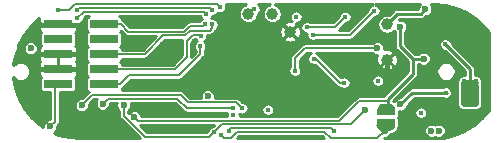
<source format=gbr>
G04 #@! TF.GenerationSoftware,KiCad,Pcbnew,5.1.10-88a1d61d58~90~ubuntu20.04.1*
G04 #@! TF.CreationDate,2021-11-22T21:12:46+01:00*
G04 #@! TF.ProjectId,nRF52832_qfaa,6e524635-3238-4333-925f-716661612e6b,rev?*
G04 #@! TF.SameCoordinates,Original*
G04 #@! TF.FileFunction,Copper,L4,Bot*
G04 #@! TF.FilePolarity,Positive*
%FSLAX45Y45*%
G04 Gerber Fmt 4.5, Leading zero omitted, Abs format (unit mm)*
G04 Created by KiCad (PCBNEW 5.1.10-88a1d61d58~90~ubuntu20.04.1) date 2021-11-22 21:12:46*
%MOMM*%
%LPD*%
G01*
G04 APERTURE LIST*
G04 #@! TA.AperFunction,SMDPad,CuDef*
%ADD10R,1.450000X1.450000*%
G04 #@! TD*
G04 #@! TA.AperFunction,ComponentPad*
%ADD11C,0.500000*%
G04 #@! TD*
G04 #@! TA.AperFunction,SMDPad,CuDef*
%ADD12C,1.000000*%
G04 #@! TD*
G04 #@! TA.AperFunction,ComponentPad*
%ADD13C,0.908000*%
G04 #@! TD*
G04 #@! TA.AperFunction,SMDPad,CuDef*
%ADD14C,0.100000*%
G04 #@! TD*
G04 #@! TA.AperFunction,SMDPad,CuDef*
%ADD15R,2.400000X0.740000*%
G04 #@! TD*
G04 #@! TA.AperFunction,ViaPad*
%ADD16C,0.600000*%
G04 #@! TD*
G04 #@! TA.AperFunction,ViaPad*
%ADD17C,0.450000*%
G04 #@! TD*
G04 #@! TA.AperFunction,Conductor*
%ADD18C,0.250000*%
G04 #@! TD*
G04 #@! TA.AperFunction,Conductor*
%ADD19C,0.400000*%
G04 #@! TD*
G04 #@! TA.AperFunction,Conductor*
%ADD20C,0.200000*%
G04 #@! TD*
G04 #@! TA.AperFunction,Conductor*
%ADD21C,0.150000*%
G04 #@! TD*
G04 #@! TA.AperFunction,Conductor*
%ADD22C,0.500000*%
G04 #@! TD*
G04 #@! TA.AperFunction,Conductor*
%ADD23C,0.220000*%
G04 #@! TD*
G04 #@! TA.AperFunction,Conductor*
%ADD24C,0.100000*%
G04 #@! TD*
G04 APERTURE END LIST*
D10*
X6520580Y-3180460D03*
D11*
X6473080Y-3227960D03*
X6473080Y-3132960D03*
X6568080Y-3227960D03*
X6568080Y-3132960D03*
D12*
X5377180Y-3197860D03*
X5224780Y-3045460D03*
X5021580Y-3045460D03*
D13*
X5165080Y-3644560D03*
X5165080Y-3524560D03*
X5165080Y-3404560D03*
X5165080Y-3284560D03*
X5045080Y-3644560D03*
X5045080Y-3524560D03*
X5045080Y-3404560D03*
X5045080Y-3284560D03*
X4925080Y-3644560D03*
X4925080Y-3524560D03*
X4925080Y-3404560D03*
X4925080Y-3284560D03*
X4805080Y-3644560D03*
X4805080Y-3524560D03*
X4805080Y-3404560D03*
X4805080Y-3284560D03*
D12*
X6896280Y-3358460D03*
X6896280Y-3708460D03*
X6196280Y-3433460D03*
X6196280Y-3133460D03*
G04 #@! TA.AperFunction,SMDPad,CuDef*
D14*
G36*
X6264920Y-3986760D02*
G01*
X6264920Y-3989213D01*
X6264439Y-3994096D01*
X6263482Y-3998909D01*
X6262057Y-4003604D01*
X6260179Y-4008138D01*
X6257866Y-4012465D01*
X6255140Y-4016545D01*
X6252028Y-4020338D01*
X6248558Y-4023808D01*
X6244765Y-4026920D01*
X6240685Y-4029646D01*
X6236358Y-4031959D01*
X6231824Y-4033837D01*
X6227129Y-4035262D01*
X6222316Y-4036219D01*
X6217433Y-4036700D01*
X6214980Y-4036700D01*
X6214980Y-4036760D01*
X6164980Y-4036760D01*
X6164980Y-4036700D01*
X6162527Y-4036700D01*
X6157643Y-4036219D01*
X6152831Y-4035262D01*
X6148135Y-4033837D01*
X6143602Y-4031959D01*
X6139275Y-4029646D01*
X6135195Y-4026920D01*
X6131402Y-4023808D01*
X6127932Y-4020338D01*
X6124820Y-4016545D01*
X6122094Y-4012465D01*
X6119780Y-4008138D01*
X6117903Y-4003604D01*
X6116478Y-3998909D01*
X6115521Y-3994096D01*
X6115040Y-3989213D01*
X6115040Y-3986760D01*
X6114980Y-3986760D01*
X6114980Y-3936760D01*
X6264980Y-3936760D01*
X6264980Y-3986760D01*
X6264920Y-3986760D01*
G37*
G04 #@! TD.AperFunction*
G04 #@! TA.AperFunction,SMDPad,CuDef*
G36*
X6114980Y-3906760D02*
G01*
X6114980Y-3856760D01*
X6115040Y-3856760D01*
X6115040Y-3854307D01*
X6115521Y-3849423D01*
X6116478Y-3844611D01*
X6117903Y-3839915D01*
X6119780Y-3835382D01*
X6122094Y-3831055D01*
X6124820Y-3826975D01*
X6127932Y-3823182D01*
X6131402Y-3819712D01*
X6135195Y-3816600D01*
X6139275Y-3813874D01*
X6143602Y-3811560D01*
X6148135Y-3809683D01*
X6152831Y-3808258D01*
X6157643Y-3807301D01*
X6162527Y-3806820D01*
X6164980Y-3806820D01*
X6164980Y-3806760D01*
X6214980Y-3806760D01*
X6214980Y-3806820D01*
X6217433Y-3806820D01*
X6222316Y-3807301D01*
X6227129Y-3808258D01*
X6231824Y-3809683D01*
X6236358Y-3811560D01*
X6240685Y-3813874D01*
X6244765Y-3816600D01*
X6248558Y-3819712D01*
X6252028Y-3823182D01*
X6255140Y-3826975D01*
X6257866Y-3831055D01*
X6260179Y-3835382D01*
X6262057Y-3839915D01*
X6263482Y-3844611D01*
X6264439Y-3849423D01*
X6264920Y-3854307D01*
X6264920Y-3856760D01*
X6264980Y-3856760D01*
X6264980Y-3906760D01*
X6114980Y-3906760D01*
G37*
G04 #@! TD.AperFunction*
D15*
X3802380Y-3134360D03*
X3412380Y-3134360D03*
X3802380Y-3261360D03*
X3412380Y-3261360D03*
X3802380Y-3388360D03*
X3412380Y-3388360D03*
X3802380Y-3515360D03*
X3412380Y-3515360D03*
X3802380Y-3642360D03*
X3412380Y-3642360D03*
D16*
X6977380Y-3223260D03*
X4297680Y-3413760D03*
X4297680Y-3312160D03*
X5758180Y-3858260D03*
X5935980Y-3667760D03*
X5542280Y-3845560D03*
X4310380Y-4036060D03*
X3192780Y-3832860D03*
X5758180Y-3680460D03*
D17*
X4612107Y-3080487D03*
X4564451Y-3274131D03*
X4538980Y-3693160D03*
X4564309Y-3375589D03*
X4157980Y-3655060D03*
X4145280Y-3451860D03*
D16*
X3180080Y-3197860D03*
X4132580Y-3832860D03*
D17*
X4653280Y-4023360D03*
X4094480Y-3083560D03*
X4348480Y-3083560D03*
X4310380Y-3134360D03*
X4221480Y-3147060D03*
X3611880Y-3134360D03*
X3256280Y-3134360D03*
X3611880Y-3350260D03*
X3611880Y-3528060D03*
X6786880Y-3020060D03*
X6964680Y-3121660D03*
X3700780Y-3870960D03*
X3522980Y-3870960D03*
X3878580Y-4010660D03*
X4196080Y-4036060D03*
X6278880Y-2980960D03*
X5339080Y-2981965D03*
X5580380Y-3020060D03*
X4107180Y-3286760D03*
X6177280Y-3528060D03*
X6558280Y-3832860D03*
X6329681Y-4061460D03*
X5605780Y-4087763D03*
X5072380Y-4087763D03*
X5173980Y-4087763D03*
X6723380Y-3870960D03*
X6384681Y-3312160D03*
X6101080Y-3210560D03*
D16*
X6570980Y-4036060D03*
X6634480Y-4036060D03*
X4678680Y-3743960D03*
X3345180Y-3997960D03*
X3180080Y-3337560D03*
D17*
X4894580Y-3906760D03*
X5186680Y-3858260D03*
X5427980Y-3070860D03*
X6118480Y-3612260D03*
X6482080Y-3883660D03*
D16*
X3789680Y-3807460D03*
D17*
X4894580Y-3845560D03*
X4614380Y-3321790D03*
X4618380Y-3233560D03*
X4653280Y-3134360D03*
X4716780Y-3134360D03*
D16*
X6520180Y-3007360D03*
X6189980Y-3134360D03*
D17*
X5834380Y-3629660D03*
X5574379Y-3426460D03*
X6088380Y-3020060D03*
X5567680Y-3223260D03*
X5844148Y-3070860D03*
X5516880Y-3159760D03*
X3573780Y-3013640D03*
X4716780Y-3012313D03*
X3409080Y-3013974D03*
X4780280Y-2987759D03*
X3573780Y-3083560D03*
X4665980Y-3045460D03*
X6946280Y-3616960D03*
X6846580Y-3616960D03*
X6691806Y-3305635D03*
D16*
X6507480Y-3426460D03*
X4056381Y-3921760D03*
X6307867Y-3155460D03*
D17*
X5072380Y-3007360D03*
X5224780Y-3045460D03*
D16*
X6310630Y-3813810D03*
D17*
X6692286Y-3712575D03*
D16*
X6012180Y-3858259D03*
D17*
X4729480Y-4048760D03*
D16*
X3967288Y-3818769D03*
X6177280Y-4036060D03*
D17*
X4792980Y-4074160D03*
D16*
X6113780Y-3337560D03*
D17*
X5415280Y-3528060D03*
X4856480Y-4036060D03*
X5745480Y-4036060D03*
D16*
X3611880Y-3820160D03*
D17*
X4970780Y-3845560D03*
D18*
X6896280Y-3291660D02*
X6896280Y-3358460D01*
X6964680Y-3223260D02*
X6896280Y-3291660D01*
X6977380Y-3223260D02*
X6964680Y-3223260D01*
D19*
X6196280Y-3509060D02*
X6177280Y-3528060D01*
X6196280Y-3433460D02*
X6196280Y-3509060D01*
X6177280Y-3528060D02*
X6177280Y-3528060D01*
D18*
X6558280Y-3832860D02*
X6558280Y-3832859D01*
D20*
X3192780Y-3578860D02*
X3192780Y-3832860D01*
X3256280Y-3515360D02*
X3192780Y-3578860D01*
X3412380Y-3515360D02*
X3256280Y-3515360D01*
D19*
X3262980Y-3141060D02*
X3256280Y-3134360D01*
X3601380Y-3141060D02*
X3262980Y-3141060D01*
X3608080Y-3134360D02*
X3601380Y-3141060D01*
X3611880Y-3134360D02*
X3608080Y-3134360D01*
X3611880Y-3528060D02*
X3599180Y-3528060D01*
X3586480Y-3515360D02*
X3256280Y-3515360D01*
X3599180Y-3528060D02*
X3586480Y-3515360D01*
X3611880Y-3350260D02*
X3573780Y-3388360D01*
X3573780Y-3388360D02*
X3256280Y-3388360D01*
D18*
X6596381Y-3870960D02*
X6723380Y-3870960D01*
X6730080Y-3870960D02*
X6723380Y-3870960D01*
X6558280Y-3832860D02*
X6596381Y-3870960D01*
D20*
X3345180Y-3997960D02*
X3383280Y-3959860D01*
X3383280Y-3671460D02*
X3412380Y-3642360D01*
X3383280Y-3959860D02*
X3383280Y-3671460D01*
D21*
X4500880Y-3845560D02*
X4894580Y-3845560D01*
X4420080Y-3764760D02*
X4500880Y-3845560D01*
X3832380Y-3764760D02*
X4420080Y-3764760D01*
X3789680Y-3807460D02*
X3832380Y-3764760D01*
X4616880Y-3324290D02*
X4614380Y-3321790D01*
X4437380Y-3566160D02*
X4616880Y-3386660D01*
X4013580Y-3566160D02*
X4437380Y-3566160D01*
X4616880Y-3386660D02*
X4616880Y-3324290D01*
X3937380Y-3642360D02*
X4013580Y-3566160D01*
X3802380Y-3642360D02*
X3937380Y-3642360D01*
X4399280Y-3515360D02*
X3802380Y-3515360D01*
X4553380Y-3221560D02*
X4500880Y-3274060D01*
X4500880Y-3413760D02*
X4399280Y-3515360D01*
X4618380Y-3233560D02*
X4606380Y-3221560D01*
X4500880Y-3274060D02*
X4500880Y-3413760D01*
X4606380Y-3221560D02*
X4553380Y-3221560D01*
X4640580Y-3147060D02*
X4653280Y-3134360D01*
X4526280Y-3147060D02*
X4640580Y-3147060D01*
X4473780Y-3199560D02*
X4526280Y-3147060D01*
X4007280Y-3199560D02*
X4473780Y-3199560D01*
X3942080Y-3134360D02*
X4007280Y-3199560D01*
X3802380Y-3134360D02*
X3942080Y-3134360D01*
X4488751Y-3229561D02*
X4529752Y-3188560D01*
X4302579Y-3229561D02*
X4488751Y-3229561D01*
X4143780Y-3388360D02*
X4302579Y-3229561D01*
X3802380Y-3388360D02*
X4143780Y-3388360D01*
X4529752Y-3188560D02*
X4596780Y-3188560D01*
X4716780Y-3166180D02*
X4716780Y-3134360D01*
X4694400Y-3188560D02*
X4716780Y-3166180D01*
X4596780Y-3188560D02*
X4694400Y-3188560D01*
D18*
X6190880Y-3133460D02*
X6189980Y-3134360D01*
X6196280Y-3133460D02*
X6190880Y-3133460D01*
X6284280Y-3045460D02*
X6196280Y-3133460D01*
X6482080Y-3045460D02*
X6284280Y-3045460D01*
X6520180Y-3007360D02*
X6482080Y-3045460D01*
D20*
X5593080Y-3426460D02*
X5574379Y-3426460D01*
X5796280Y-3629660D02*
X5593080Y-3426460D01*
X5834380Y-3629660D02*
X5796280Y-3629660D01*
X5605780Y-3223260D02*
X5567680Y-3223260D01*
X5885180Y-3223260D02*
X5605780Y-3223260D01*
X6088380Y-3020060D02*
X5885180Y-3223260D01*
X5847080Y-3064998D02*
X5844148Y-3067929D01*
X5844148Y-3067929D02*
X5844148Y-3070860D01*
X5516880Y-3159760D02*
X5755248Y-3159760D01*
X5755248Y-3159760D02*
X5844148Y-3070860D01*
D21*
X3573780Y-3013640D02*
X3589860Y-2997560D01*
X3589860Y-2997560D02*
X4702027Y-2997560D01*
X4702027Y-2997560D02*
X4716780Y-3012313D01*
X3504108Y-3013532D02*
X3552381Y-2965259D01*
X4757780Y-2965259D02*
X4780280Y-2987759D01*
X3552381Y-2965259D02*
X4757780Y-2965259D01*
X3409522Y-3013532D02*
X3504108Y-3013532D01*
X3573780Y-3083560D02*
X3628698Y-3028642D01*
X4649162Y-3028642D02*
X4665980Y-3045460D01*
X3628698Y-3028642D02*
X4649162Y-3028642D01*
D22*
X6896280Y-3708460D02*
X6896280Y-3808460D01*
X6946280Y-3633460D02*
X6896280Y-3633460D01*
X6896280Y-3808460D02*
X6846280Y-3808460D01*
X6846280Y-3808460D02*
X6846280Y-3633460D01*
X6846280Y-3633460D02*
X6846580Y-3633460D01*
X6896280Y-3808460D02*
X6946280Y-3808460D01*
X6946280Y-3808460D02*
X6946280Y-3658460D01*
X6896280Y-3633460D02*
X6896280Y-3634560D01*
X6896280Y-3634560D02*
X6896280Y-3708460D01*
X6946280Y-3633460D02*
X6946280Y-3633460D01*
X6846580Y-3633460D02*
X6946280Y-3633460D01*
D18*
X6896280Y-3510109D02*
X6714305Y-3328134D01*
X6896280Y-3633460D02*
X6896280Y-3510109D01*
X6717030Y-3330859D02*
X6714305Y-3328134D01*
X6714305Y-3328134D02*
X6714305Y-3328134D01*
X6714305Y-3328134D02*
X6691806Y-3305635D01*
X6202680Y-3870960D02*
X6202680Y-3782060D01*
X6307867Y-3320947D02*
X6413380Y-3426460D01*
X6307867Y-3155460D02*
X6307867Y-3320947D01*
X6507480Y-3426460D02*
X6413380Y-3426460D01*
X6418580Y-3426460D02*
X6507480Y-3426460D01*
X6418580Y-3551960D02*
X6418580Y-3426460D01*
X6202680Y-3767860D02*
X6418580Y-3551960D01*
X6202680Y-3782060D02*
X6202680Y-3767860D01*
D21*
X5961380Y-3782060D02*
X6202680Y-3782060D01*
X4086381Y-3951760D02*
X5791680Y-3951760D01*
X5791680Y-3951760D02*
X5961380Y-3782060D01*
X4056381Y-3921760D02*
X4086381Y-3951760D01*
X5059680Y-3007360D02*
X5021580Y-3045460D01*
X5072380Y-3007360D02*
X5059680Y-3007360D01*
D18*
X6700502Y-3718427D02*
X6698137Y-3718427D01*
X6310630Y-3813810D02*
X6411864Y-3712575D01*
X6698137Y-3718427D02*
X6692286Y-3712575D01*
X6411864Y-3712575D02*
X6692286Y-3712575D01*
D21*
X3967288Y-3910367D02*
X3967288Y-3818769D01*
X4145481Y-4088560D02*
X3967288Y-3910367D01*
X4729480Y-4048760D02*
X4689680Y-4088560D01*
X4689680Y-4088560D02*
X4145481Y-4088560D01*
X4795480Y-3982760D02*
X4729480Y-4048760D01*
X5887679Y-3982760D02*
X4795480Y-3982760D01*
X6012180Y-3858259D02*
X5887679Y-3982760D01*
D18*
X6163080Y-4036060D02*
X6113780Y-3986760D01*
X6177280Y-4036060D02*
X6163080Y-4036060D01*
D21*
X4815480Y-4096660D02*
X4792980Y-4074160D01*
X4872080Y-4096660D02*
X4815480Y-4096660D01*
X4925978Y-4042762D02*
X4872080Y-4096660D01*
X5721722Y-4099951D02*
X5664533Y-4042762D01*
X6113389Y-4099951D02*
X5721722Y-4099951D01*
X5664533Y-4042762D02*
X4925978Y-4042762D01*
X6177280Y-4036060D02*
X6113389Y-4099951D01*
D20*
X6113780Y-3337560D02*
X5498980Y-3337560D01*
X5498980Y-3337560D02*
X5415280Y-3421260D01*
X5415280Y-3421260D02*
X5415280Y-3528060D01*
D21*
X4879779Y-4012761D02*
X4856480Y-4036060D01*
X5745480Y-4036060D02*
X5722181Y-4012761D01*
X5722181Y-4012761D02*
X4879779Y-4012761D01*
X4921680Y-3796460D02*
X4970780Y-3845560D01*
X4515280Y-3796460D02*
X4921680Y-3796460D01*
X4450080Y-3731260D02*
X4515280Y-3796460D01*
X3700780Y-3731260D02*
X4450080Y-3731260D01*
X3611880Y-3820160D02*
X3700780Y-3731260D01*
D23*
X5667283Y-4099960D02*
X4923227Y-4099960D01*
X4941925Y-4081262D01*
X5648585Y-4081262D01*
X5667283Y-4099960D01*
G04 #@! TA.AperFunction,Conductor*
D24*
G36*
X5667283Y-4099960D02*
G01*
X4923227Y-4099960D01*
X4941925Y-4081262D01*
X5648585Y-4081262D01*
X5667283Y-4099960D01*
G37*
G04 #@! TD.AperFunction*
D23*
X6688785Y-2974678D02*
X6778807Y-2997290D01*
X6863926Y-3034301D01*
X6941858Y-3084718D01*
X7010661Y-3147323D01*
X7056502Y-3203940D01*
X7062780Y-3236646D01*
X7062780Y-3331815D01*
X7062780Y-3331815D01*
X7062780Y-3731814D01*
X7062780Y-3731815D01*
X7062780Y-3830273D01*
X7056543Y-3862767D01*
X7001003Y-3929684D01*
X6930855Y-3990465D01*
X6851721Y-4038973D01*
X6765728Y-4073906D01*
X6674984Y-4094369D01*
X6642632Y-4096634D01*
X6652273Y-4094716D01*
X6663374Y-4090117D01*
X6673365Y-4083442D01*
X6681862Y-4074945D01*
X6688537Y-4064954D01*
X6693136Y-4053853D01*
X6695480Y-4042068D01*
X6695480Y-4030052D01*
X6693136Y-4018267D01*
X6688537Y-4007166D01*
X6681862Y-3997175D01*
X6673365Y-3988678D01*
X6663374Y-3982002D01*
X6652273Y-3977404D01*
X6640488Y-3975060D01*
X6628472Y-3975060D01*
X6616687Y-3977404D01*
X6605586Y-3982002D01*
X6602730Y-3983910D01*
X6599874Y-3982002D01*
X6588773Y-3977404D01*
X6576988Y-3975060D01*
X6564972Y-3975060D01*
X6553187Y-3977404D01*
X6542086Y-3982002D01*
X6532095Y-3988678D01*
X6523598Y-3997175D01*
X6516922Y-4007166D01*
X6512324Y-4018267D01*
X6509980Y-4030052D01*
X6509980Y-4042068D01*
X6512324Y-4053853D01*
X6516922Y-4064954D01*
X6523598Y-4074945D01*
X6532095Y-4083442D01*
X6542086Y-4090117D01*
X6553187Y-4094716D01*
X6564972Y-4097060D01*
X6576988Y-4097060D01*
X6588773Y-4094716D01*
X6599874Y-4090117D01*
X6602730Y-4088209D01*
X6605586Y-4090117D01*
X6616687Y-4094716D01*
X6628472Y-4097060D01*
X6636540Y-4097060D01*
X6595109Y-4099960D01*
X6167827Y-4099960D01*
X6170817Y-4096970D01*
X6171272Y-4097060D01*
X6183288Y-4097060D01*
X6195073Y-4094716D01*
X6206174Y-4090117D01*
X6216165Y-4083442D01*
X6224662Y-4074945D01*
X6230531Y-4066161D01*
X6235571Y-4065158D01*
X6241415Y-4063386D01*
X6250470Y-4059635D01*
X6255856Y-4056756D01*
X6264006Y-4051311D01*
X6268726Y-4047437D01*
X6275657Y-4040506D01*
X6279531Y-4035786D01*
X6284976Y-4027636D01*
X6287855Y-4022250D01*
X6291606Y-4013195D01*
X6293378Y-4007351D01*
X6295291Y-3997738D01*
X6295889Y-3991661D01*
X6295889Y-3989205D01*
X6296130Y-3986760D01*
X6296130Y-3936760D01*
X6295531Y-3930683D01*
X6293759Y-3924839D01*
X6292113Y-3921760D01*
X6293759Y-3918681D01*
X6295531Y-3912837D01*
X6296130Y-3906760D01*
X6296130Y-3878391D01*
X6428580Y-3878391D01*
X6428580Y-3888929D01*
X6430636Y-3899265D01*
X6434669Y-3909002D01*
X6440524Y-3917764D01*
X6447976Y-3925216D01*
X6456738Y-3931071D01*
X6466475Y-3935104D01*
X6476811Y-3937160D01*
X6487349Y-3937160D01*
X6497685Y-3935104D01*
X6507422Y-3931071D01*
X6516184Y-3925216D01*
X6523636Y-3917764D01*
X6529491Y-3909002D01*
X6533524Y-3899265D01*
X6535580Y-3888929D01*
X6535580Y-3878391D01*
X6533524Y-3868055D01*
X6529491Y-3858318D01*
X6523636Y-3849556D01*
X6516184Y-3842104D01*
X6507422Y-3836249D01*
X6497685Y-3832216D01*
X6487349Y-3830160D01*
X6476811Y-3830160D01*
X6466475Y-3832216D01*
X6456738Y-3836249D01*
X6447976Y-3842104D01*
X6440524Y-3849556D01*
X6434669Y-3858318D01*
X6430636Y-3868055D01*
X6428580Y-3878391D01*
X6296130Y-3878391D01*
X6296130Y-3873121D01*
X6304622Y-3874810D01*
X6316638Y-3874810D01*
X6328423Y-3872466D01*
X6339524Y-3867867D01*
X6349515Y-3861192D01*
X6358012Y-3852695D01*
X6364687Y-3842704D01*
X6369286Y-3831603D01*
X6371630Y-3819818D01*
X6371630Y-3814328D01*
X6429883Y-3756075D01*
X6661090Y-3756075D01*
X6666944Y-3759987D01*
X6676680Y-3764020D01*
X6687016Y-3766075D01*
X6697555Y-3766075D01*
X6707891Y-3764020D01*
X6717627Y-3759987D01*
X6726390Y-3754132D01*
X6730167Y-3750354D01*
X6731410Y-3749335D01*
X6732429Y-3748092D01*
X6733842Y-3746680D01*
X6734951Y-3745019D01*
X6736846Y-3742711D01*
X6738253Y-3740077D01*
X6739697Y-3737917D01*
X6740691Y-3735516D01*
X6740885Y-3735154D01*
X6741004Y-3734761D01*
X6743730Y-3728181D01*
X6745786Y-3717845D01*
X6745786Y-3707306D01*
X6743730Y-3696970D01*
X6739697Y-3687234D01*
X6733842Y-3678471D01*
X6726390Y-3671019D01*
X6717627Y-3665164D01*
X6707891Y-3661131D01*
X6697555Y-3659075D01*
X6687016Y-3659075D01*
X6676680Y-3661131D01*
X6666944Y-3665164D01*
X6661090Y-3669075D01*
X6414000Y-3669075D01*
X6411864Y-3668865D01*
X6409729Y-3669075D01*
X6409728Y-3669075D01*
X6403337Y-3669705D01*
X6395137Y-3672192D01*
X6387580Y-3676232D01*
X6380957Y-3681668D01*
X6379595Y-3683327D01*
X6310112Y-3752810D01*
X6304622Y-3752810D01*
X6292837Y-3755154D01*
X6281736Y-3759752D01*
X6271745Y-3766428D01*
X6263248Y-3774925D01*
X6256572Y-3784916D01*
X6255816Y-3786742D01*
X6250470Y-3783885D01*
X6248846Y-3783212D01*
X6447829Y-3584229D01*
X6449488Y-3582868D01*
X6454924Y-3576244D01*
X6458963Y-3568687D01*
X6461450Y-3560487D01*
X6462080Y-3554096D01*
X6462080Y-3554095D01*
X6462290Y-3551960D01*
X6462080Y-3549825D01*
X6462080Y-3525482D01*
X6615280Y-3525482D01*
X6615280Y-3541438D01*
X6618393Y-3557087D01*
X6624499Y-3571828D01*
X6633363Y-3585094D01*
X6644645Y-3596377D01*
X6657912Y-3605241D01*
X6672653Y-3611347D01*
X6688302Y-3614460D01*
X6704258Y-3614460D01*
X6719907Y-3611347D01*
X6734648Y-3605241D01*
X6747914Y-3596377D01*
X6759197Y-3585094D01*
X6768061Y-3571828D01*
X6774167Y-3557087D01*
X6777280Y-3541438D01*
X6777280Y-3525482D01*
X6774167Y-3509833D01*
X6768061Y-3495092D01*
X6759197Y-3481825D01*
X6747914Y-3470543D01*
X6734648Y-3461679D01*
X6719907Y-3455573D01*
X6704258Y-3452460D01*
X6688302Y-3452460D01*
X6672653Y-3455573D01*
X6657912Y-3461679D01*
X6644645Y-3470543D01*
X6633363Y-3481825D01*
X6624499Y-3495092D01*
X6618393Y-3509833D01*
X6615280Y-3525482D01*
X6462080Y-3525482D01*
X6462080Y-3469960D01*
X6464713Y-3469960D01*
X6468595Y-3473842D01*
X6478586Y-3480517D01*
X6489687Y-3485116D01*
X6501472Y-3487460D01*
X6513488Y-3487460D01*
X6525273Y-3485116D01*
X6536374Y-3480517D01*
X6546365Y-3473842D01*
X6554862Y-3465345D01*
X6561537Y-3455354D01*
X6566136Y-3444253D01*
X6568480Y-3432468D01*
X6568480Y-3420452D01*
X6566136Y-3408667D01*
X6561537Y-3397566D01*
X6554862Y-3387575D01*
X6546365Y-3379078D01*
X6536374Y-3372402D01*
X6525273Y-3367804D01*
X6513488Y-3365460D01*
X6501472Y-3365460D01*
X6489687Y-3367804D01*
X6478586Y-3372402D01*
X6468595Y-3379078D01*
X6464713Y-3382960D01*
X6431398Y-3382960D01*
X6351367Y-3302929D01*
X6351367Y-3300366D01*
X6638306Y-3300366D01*
X6638306Y-3310904D01*
X6640362Y-3321240D01*
X6644395Y-3330977D01*
X6650250Y-3339739D01*
X6657702Y-3347191D01*
X6666464Y-3353046D01*
X6676200Y-3357079D01*
X6682876Y-3358407D01*
X6683397Y-3359042D01*
X6685058Y-3360405D01*
X6687780Y-3363128D01*
X6687782Y-3363129D01*
X6852780Y-3528127D01*
X6852780Y-3563645D01*
X6851849Y-3563460D01*
X6841311Y-3563460D01*
X6830975Y-3565516D01*
X6821238Y-3569549D01*
X6812476Y-3575404D01*
X6805024Y-3582856D01*
X6799169Y-3591618D01*
X6795136Y-3601355D01*
X6793080Y-3611691D01*
X6793080Y-3615923D01*
X6791090Y-3622482D01*
X6790009Y-3633460D01*
X6790280Y-3636212D01*
X6790280Y-3805709D01*
X6790009Y-3808460D01*
X6791090Y-3819438D01*
X6794292Y-3829994D01*
X6798622Y-3838094D01*
X6799492Y-3839722D01*
X6806490Y-3848249D01*
X6815018Y-3855247D01*
X6824746Y-3860447D01*
X6835302Y-3863650D01*
X6846280Y-3864731D01*
X6849030Y-3864460D01*
X6893529Y-3864460D01*
X6896280Y-3864731D01*
X6899031Y-3864460D01*
X6943529Y-3864460D01*
X6946280Y-3864731D01*
X6949030Y-3864460D01*
X6949031Y-3864460D01*
X6957258Y-3863650D01*
X6967814Y-3860447D01*
X6977542Y-3855247D01*
X6986069Y-3848249D01*
X6993067Y-3839722D01*
X6998267Y-3829994D01*
X7001470Y-3819438D01*
X7002551Y-3808460D01*
X7002280Y-3805709D01*
X7002280Y-3655709D01*
X7001470Y-3647482D01*
X7001008Y-3645960D01*
X7001470Y-3644438D01*
X7002551Y-3633460D01*
X7001470Y-3622482D01*
X6999780Y-3616912D01*
X6999780Y-3611691D01*
X6997724Y-3601355D01*
X6993691Y-3591618D01*
X6987836Y-3582856D01*
X6980384Y-3575404D01*
X6971622Y-3569549D01*
X6961885Y-3565516D01*
X6951549Y-3563460D01*
X6941011Y-3563460D01*
X6939780Y-3563705D01*
X6939780Y-3512244D01*
X6939990Y-3510109D01*
X6939780Y-3507973D01*
X6939780Y-3507973D01*
X6939150Y-3501581D01*
X6936663Y-3493382D01*
X6932624Y-3485825D01*
X6927188Y-3479201D01*
X6925529Y-3477839D01*
X6746575Y-3298886D01*
X6745213Y-3297226D01*
X6744578Y-3296705D01*
X6743250Y-3290029D01*
X6739217Y-3280293D01*
X6733362Y-3271531D01*
X6725910Y-3264079D01*
X6717148Y-3258224D01*
X6707411Y-3254191D01*
X6697075Y-3252135D01*
X6686537Y-3252135D01*
X6676200Y-3254191D01*
X6666464Y-3258224D01*
X6657702Y-3264079D01*
X6650250Y-3271531D01*
X6644395Y-3280293D01*
X6640362Y-3290029D01*
X6638306Y-3300366D01*
X6351367Y-3300366D01*
X6351367Y-3198227D01*
X6355249Y-3194345D01*
X6361925Y-3184354D01*
X6366523Y-3173253D01*
X6368867Y-3161468D01*
X6368867Y-3149452D01*
X6366523Y-3137667D01*
X6361925Y-3126566D01*
X6355249Y-3116575D01*
X6346753Y-3108078D01*
X6336762Y-3101402D01*
X6325660Y-3096804D01*
X6313875Y-3094460D01*
X6301859Y-3094460D01*
X6295542Y-3095717D01*
X6302298Y-3088960D01*
X6479945Y-3088960D01*
X6482080Y-3089170D01*
X6484215Y-3088960D01*
X6484216Y-3088960D01*
X6490607Y-3088330D01*
X6498807Y-3085843D01*
X6506364Y-3081804D01*
X6512988Y-3076368D01*
X6514350Y-3074708D01*
X6520698Y-3068360D01*
X6526188Y-3068360D01*
X6537973Y-3066016D01*
X6549074Y-3061417D01*
X6559065Y-3054742D01*
X6567562Y-3046245D01*
X6574237Y-3036254D01*
X6578836Y-3025153D01*
X6581180Y-3013368D01*
X6581180Y-3001352D01*
X6578836Y-2989567D01*
X6574237Y-2978466D01*
X6567562Y-2968475D01*
X6566047Y-2966960D01*
X6594905Y-2966960D01*
X6688785Y-2974678D01*
G04 #@! TA.AperFunction,Conductor*
D24*
G36*
X6688785Y-2974678D02*
G01*
X6778807Y-2997290D01*
X6863926Y-3034301D01*
X6941858Y-3084718D01*
X7010661Y-3147323D01*
X7056502Y-3203940D01*
X7062780Y-3236646D01*
X7062780Y-3331815D01*
X7062780Y-3331815D01*
X7062780Y-3731814D01*
X7062780Y-3731815D01*
X7062780Y-3830273D01*
X7056543Y-3862767D01*
X7001003Y-3929684D01*
X6930855Y-3990465D01*
X6851721Y-4038973D01*
X6765728Y-4073906D01*
X6674984Y-4094369D01*
X6642632Y-4096634D01*
X6652273Y-4094716D01*
X6663374Y-4090117D01*
X6673365Y-4083442D01*
X6681862Y-4074945D01*
X6688537Y-4064954D01*
X6693136Y-4053853D01*
X6695480Y-4042068D01*
X6695480Y-4030052D01*
X6693136Y-4018267D01*
X6688537Y-4007166D01*
X6681862Y-3997175D01*
X6673365Y-3988678D01*
X6663374Y-3982002D01*
X6652273Y-3977404D01*
X6640488Y-3975060D01*
X6628472Y-3975060D01*
X6616687Y-3977404D01*
X6605586Y-3982002D01*
X6602730Y-3983910D01*
X6599874Y-3982002D01*
X6588773Y-3977404D01*
X6576988Y-3975060D01*
X6564972Y-3975060D01*
X6553187Y-3977404D01*
X6542086Y-3982002D01*
X6532095Y-3988678D01*
X6523598Y-3997175D01*
X6516922Y-4007166D01*
X6512324Y-4018267D01*
X6509980Y-4030052D01*
X6509980Y-4042068D01*
X6512324Y-4053853D01*
X6516922Y-4064954D01*
X6523598Y-4074945D01*
X6532095Y-4083442D01*
X6542086Y-4090117D01*
X6553187Y-4094716D01*
X6564972Y-4097060D01*
X6576988Y-4097060D01*
X6588773Y-4094716D01*
X6599874Y-4090117D01*
X6602730Y-4088209D01*
X6605586Y-4090117D01*
X6616687Y-4094716D01*
X6628472Y-4097060D01*
X6636540Y-4097060D01*
X6595109Y-4099960D01*
X6167827Y-4099960D01*
X6170817Y-4096970D01*
X6171272Y-4097060D01*
X6183288Y-4097060D01*
X6195073Y-4094716D01*
X6206174Y-4090117D01*
X6216165Y-4083442D01*
X6224662Y-4074945D01*
X6230531Y-4066161D01*
X6235571Y-4065158D01*
X6241415Y-4063386D01*
X6250470Y-4059635D01*
X6255856Y-4056756D01*
X6264006Y-4051311D01*
X6268726Y-4047437D01*
X6275657Y-4040506D01*
X6279531Y-4035786D01*
X6284976Y-4027636D01*
X6287855Y-4022250D01*
X6291606Y-4013195D01*
X6293378Y-4007351D01*
X6295291Y-3997738D01*
X6295889Y-3991661D01*
X6295889Y-3989205D01*
X6296130Y-3986760D01*
X6296130Y-3936760D01*
X6295531Y-3930683D01*
X6293759Y-3924839D01*
X6292113Y-3921760D01*
X6293759Y-3918681D01*
X6295531Y-3912837D01*
X6296130Y-3906760D01*
X6296130Y-3878391D01*
X6428580Y-3878391D01*
X6428580Y-3888929D01*
X6430636Y-3899265D01*
X6434669Y-3909002D01*
X6440524Y-3917764D01*
X6447976Y-3925216D01*
X6456738Y-3931071D01*
X6466475Y-3935104D01*
X6476811Y-3937160D01*
X6487349Y-3937160D01*
X6497685Y-3935104D01*
X6507422Y-3931071D01*
X6516184Y-3925216D01*
X6523636Y-3917764D01*
X6529491Y-3909002D01*
X6533524Y-3899265D01*
X6535580Y-3888929D01*
X6535580Y-3878391D01*
X6533524Y-3868055D01*
X6529491Y-3858318D01*
X6523636Y-3849556D01*
X6516184Y-3842104D01*
X6507422Y-3836249D01*
X6497685Y-3832216D01*
X6487349Y-3830160D01*
X6476811Y-3830160D01*
X6466475Y-3832216D01*
X6456738Y-3836249D01*
X6447976Y-3842104D01*
X6440524Y-3849556D01*
X6434669Y-3858318D01*
X6430636Y-3868055D01*
X6428580Y-3878391D01*
X6296130Y-3878391D01*
X6296130Y-3873121D01*
X6304622Y-3874810D01*
X6316638Y-3874810D01*
X6328423Y-3872466D01*
X6339524Y-3867867D01*
X6349515Y-3861192D01*
X6358012Y-3852695D01*
X6364687Y-3842704D01*
X6369286Y-3831603D01*
X6371630Y-3819818D01*
X6371630Y-3814328D01*
X6429883Y-3756075D01*
X6661090Y-3756075D01*
X6666944Y-3759987D01*
X6676680Y-3764020D01*
X6687016Y-3766075D01*
X6697555Y-3766075D01*
X6707891Y-3764020D01*
X6717627Y-3759987D01*
X6726390Y-3754132D01*
X6730167Y-3750354D01*
X6731410Y-3749335D01*
X6732429Y-3748092D01*
X6733842Y-3746680D01*
X6734951Y-3745019D01*
X6736846Y-3742711D01*
X6738253Y-3740077D01*
X6739697Y-3737917D01*
X6740691Y-3735516D01*
X6740885Y-3735154D01*
X6741004Y-3734761D01*
X6743730Y-3728181D01*
X6745786Y-3717845D01*
X6745786Y-3707306D01*
X6743730Y-3696970D01*
X6739697Y-3687234D01*
X6733842Y-3678471D01*
X6726390Y-3671019D01*
X6717627Y-3665164D01*
X6707891Y-3661131D01*
X6697555Y-3659075D01*
X6687016Y-3659075D01*
X6676680Y-3661131D01*
X6666944Y-3665164D01*
X6661090Y-3669075D01*
X6414000Y-3669075D01*
X6411864Y-3668865D01*
X6409729Y-3669075D01*
X6409728Y-3669075D01*
X6403337Y-3669705D01*
X6395137Y-3672192D01*
X6387580Y-3676232D01*
X6380957Y-3681668D01*
X6379595Y-3683327D01*
X6310112Y-3752810D01*
X6304622Y-3752810D01*
X6292837Y-3755154D01*
X6281736Y-3759752D01*
X6271745Y-3766428D01*
X6263248Y-3774925D01*
X6256572Y-3784916D01*
X6255816Y-3786742D01*
X6250470Y-3783885D01*
X6248846Y-3783212D01*
X6447829Y-3584229D01*
X6449488Y-3582868D01*
X6454924Y-3576244D01*
X6458963Y-3568687D01*
X6461450Y-3560487D01*
X6462080Y-3554096D01*
X6462080Y-3554095D01*
X6462290Y-3551960D01*
X6462080Y-3549825D01*
X6462080Y-3525482D01*
X6615280Y-3525482D01*
X6615280Y-3541438D01*
X6618393Y-3557087D01*
X6624499Y-3571828D01*
X6633363Y-3585094D01*
X6644645Y-3596377D01*
X6657912Y-3605241D01*
X6672653Y-3611347D01*
X6688302Y-3614460D01*
X6704258Y-3614460D01*
X6719907Y-3611347D01*
X6734648Y-3605241D01*
X6747914Y-3596377D01*
X6759197Y-3585094D01*
X6768061Y-3571828D01*
X6774167Y-3557087D01*
X6777280Y-3541438D01*
X6777280Y-3525482D01*
X6774167Y-3509833D01*
X6768061Y-3495092D01*
X6759197Y-3481825D01*
X6747914Y-3470543D01*
X6734648Y-3461679D01*
X6719907Y-3455573D01*
X6704258Y-3452460D01*
X6688302Y-3452460D01*
X6672653Y-3455573D01*
X6657912Y-3461679D01*
X6644645Y-3470543D01*
X6633363Y-3481825D01*
X6624499Y-3495092D01*
X6618393Y-3509833D01*
X6615280Y-3525482D01*
X6462080Y-3525482D01*
X6462080Y-3469960D01*
X6464713Y-3469960D01*
X6468595Y-3473842D01*
X6478586Y-3480517D01*
X6489687Y-3485116D01*
X6501472Y-3487460D01*
X6513488Y-3487460D01*
X6525273Y-3485116D01*
X6536374Y-3480517D01*
X6546365Y-3473842D01*
X6554862Y-3465345D01*
X6561537Y-3455354D01*
X6566136Y-3444253D01*
X6568480Y-3432468D01*
X6568480Y-3420452D01*
X6566136Y-3408667D01*
X6561537Y-3397566D01*
X6554862Y-3387575D01*
X6546365Y-3379078D01*
X6536374Y-3372402D01*
X6525273Y-3367804D01*
X6513488Y-3365460D01*
X6501472Y-3365460D01*
X6489687Y-3367804D01*
X6478586Y-3372402D01*
X6468595Y-3379078D01*
X6464713Y-3382960D01*
X6431398Y-3382960D01*
X6351367Y-3302929D01*
X6351367Y-3300366D01*
X6638306Y-3300366D01*
X6638306Y-3310904D01*
X6640362Y-3321240D01*
X6644395Y-3330977D01*
X6650250Y-3339739D01*
X6657702Y-3347191D01*
X6666464Y-3353046D01*
X6676200Y-3357079D01*
X6682876Y-3358407D01*
X6683397Y-3359042D01*
X6685058Y-3360405D01*
X6687780Y-3363128D01*
X6687782Y-3363129D01*
X6852780Y-3528127D01*
X6852780Y-3563645D01*
X6851849Y-3563460D01*
X6841311Y-3563460D01*
X6830975Y-3565516D01*
X6821238Y-3569549D01*
X6812476Y-3575404D01*
X6805024Y-3582856D01*
X6799169Y-3591618D01*
X6795136Y-3601355D01*
X6793080Y-3611691D01*
X6793080Y-3615923D01*
X6791090Y-3622482D01*
X6790009Y-3633460D01*
X6790280Y-3636212D01*
X6790280Y-3805709D01*
X6790009Y-3808460D01*
X6791090Y-3819438D01*
X6794292Y-3829994D01*
X6798622Y-3838094D01*
X6799492Y-3839722D01*
X6806490Y-3848249D01*
X6815018Y-3855247D01*
X6824746Y-3860447D01*
X6835302Y-3863650D01*
X6846280Y-3864731D01*
X6849030Y-3864460D01*
X6893529Y-3864460D01*
X6896280Y-3864731D01*
X6899031Y-3864460D01*
X6943529Y-3864460D01*
X6946280Y-3864731D01*
X6949030Y-3864460D01*
X6949031Y-3864460D01*
X6957258Y-3863650D01*
X6967814Y-3860447D01*
X6977542Y-3855247D01*
X6986069Y-3848249D01*
X6993067Y-3839722D01*
X6998267Y-3829994D01*
X7001470Y-3819438D01*
X7002551Y-3808460D01*
X7002280Y-3805709D01*
X7002280Y-3655709D01*
X7001470Y-3647482D01*
X7001008Y-3645960D01*
X7001470Y-3644438D01*
X7002551Y-3633460D01*
X7001470Y-3622482D01*
X6999780Y-3616912D01*
X6999780Y-3611691D01*
X6997724Y-3601355D01*
X6993691Y-3591618D01*
X6987836Y-3582856D01*
X6980384Y-3575404D01*
X6971622Y-3569549D01*
X6961885Y-3565516D01*
X6951549Y-3563460D01*
X6941011Y-3563460D01*
X6939780Y-3563705D01*
X6939780Y-3512244D01*
X6939990Y-3510109D01*
X6939780Y-3507973D01*
X6939780Y-3507973D01*
X6939150Y-3501581D01*
X6936663Y-3493382D01*
X6932624Y-3485825D01*
X6927188Y-3479201D01*
X6925529Y-3477839D01*
X6746575Y-3298886D01*
X6745213Y-3297226D01*
X6744578Y-3296705D01*
X6743250Y-3290029D01*
X6739217Y-3280293D01*
X6733362Y-3271531D01*
X6725910Y-3264079D01*
X6717148Y-3258224D01*
X6707411Y-3254191D01*
X6697075Y-3252135D01*
X6686537Y-3252135D01*
X6676200Y-3254191D01*
X6666464Y-3258224D01*
X6657702Y-3264079D01*
X6650250Y-3271531D01*
X6644395Y-3280293D01*
X6640362Y-3290029D01*
X6638306Y-3300366D01*
X6351367Y-3300366D01*
X6351367Y-3198227D01*
X6355249Y-3194345D01*
X6361925Y-3184354D01*
X6366523Y-3173253D01*
X6368867Y-3161468D01*
X6368867Y-3149452D01*
X6366523Y-3137667D01*
X6361925Y-3126566D01*
X6355249Y-3116575D01*
X6346753Y-3108078D01*
X6336762Y-3101402D01*
X6325660Y-3096804D01*
X6313875Y-3094460D01*
X6301859Y-3094460D01*
X6295542Y-3095717D01*
X6302298Y-3088960D01*
X6479945Y-3088960D01*
X6482080Y-3089170D01*
X6484215Y-3088960D01*
X6484216Y-3088960D01*
X6490607Y-3088330D01*
X6498807Y-3085843D01*
X6506364Y-3081804D01*
X6512988Y-3076368D01*
X6514350Y-3074708D01*
X6520698Y-3068360D01*
X6526188Y-3068360D01*
X6537973Y-3066016D01*
X6549074Y-3061417D01*
X6559065Y-3054742D01*
X6567562Y-3046245D01*
X6574237Y-3036254D01*
X6578836Y-3025153D01*
X6581180Y-3013368D01*
X6581180Y-3001352D01*
X6578836Y-2989567D01*
X6574237Y-2978466D01*
X6567562Y-2968475D01*
X6566047Y-2966960D01*
X6594905Y-2966960D01*
X6688785Y-2974678D01*
G37*
G04 #@! TD.AperFunction*
D23*
X3670459Y-3068581D02*
X3665074Y-3071460D01*
X3660354Y-3075334D01*
X3656480Y-3080054D01*
X3653601Y-3085439D01*
X3651829Y-3091283D01*
X3651230Y-3097360D01*
X3651230Y-3171360D01*
X3651829Y-3177437D01*
X3653601Y-3183281D01*
X3656480Y-3188666D01*
X3660354Y-3193386D01*
X3665074Y-3197260D01*
X3666196Y-3197860D01*
X3665074Y-3198460D01*
X3660354Y-3202334D01*
X3656480Y-3207054D01*
X3653601Y-3212439D01*
X3651829Y-3218283D01*
X3651230Y-3224360D01*
X3651230Y-3298360D01*
X3651829Y-3304437D01*
X3653601Y-3310281D01*
X3656480Y-3315666D01*
X3660354Y-3320386D01*
X3665074Y-3324260D01*
X3666196Y-3324860D01*
X3665074Y-3325460D01*
X3660354Y-3329334D01*
X3656480Y-3334054D01*
X3653601Y-3339439D01*
X3651829Y-3345283D01*
X3651230Y-3351360D01*
X3651230Y-3425360D01*
X3651829Y-3431437D01*
X3653601Y-3437281D01*
X3656480Y-3442666D01*
X3660354Y-3447386D01*
X3665074Y-3451260D01*
X3666196Y-3451860D01*
X3665074Y-3452460D01*
X3660354Y-3456334D01*
X3656480Y-3461054D01*
X3653601Y-3466439D01*
X3651829Y-3472283D01*
X3651230Y-3478360D01*
X3651230Y-3552360D01*
X3651829Y-3558437D01*
X3653601Y-3564281D01*
X3656480Y-3569666D01*
X3660354Y-3574386D01*
X3665074Y-3578260D01*
X3666196Y-3578860D01*
X3665074Y-3579460D01*
X3660354Y-3583334D01*
X3656480Y-3588054D01*
X3653601Y-3593439D01*
X3651829Y-3599283D01*
X3651230Y-3605360D01*
X3651230Y-3679360D01*
X3651829Y-3685437D01*
X3653601Y-3691281D01*
X3656480Y-3696666D01*
X3660354Y-3701386D01*
X3665074Y-3705260D01*
X3669804Y-3707789D01*
X3618342Y-3759250D01*
X3617888Y-3759160D01*
X3605872Y-3759160D01*
X3594087Y-3761504D01*
X3582986Y-3766102D01*
X3572995Y-3772778D01*
X3564498Y-3781275D01*
X3557822Y-3791266D01*
X3553224Y-3802367D01*
X3550880Y-3814152D01*
X3550880Y-3826168D01*
X3553224Y-3837953D01*
X3557822Y-3849054D01*
X3564498Y-3859045D01*
X3572995Y-3867542D01*
X3582986Y-3874217D01*
X3594087Y-3878816D01*
X3605872Y-3881160D01*
X3617888Y-3881160D01*
X3629673Y-3878816D01*
X3640774Y-3874217D01*
X3650765Y-3867542D01*
X3659262Y-3859045D01*
X3665937Y-3849054D01*
X3670536Y-3837953D01*
X3672880Y-3826168D01*
X3672880Y-3814152D01*
X3672790Y-3813697D01*
X3716727Y-3769760D01*
X3741506Y-3769760D01*
X3735622Y-3778566D01*
X3731024Y-3789667D01*
X3728680Y-3801452D01*
X3728680Y-3813468D01*
X3731024Y-3825253D01*
X3735622Y-3836354D01*
X3742298Y-3846345D01*
X3750795Y-3854842D01*
X3760786Y-3861517D01*
X3771887Y-3866116D01*
X3783672Y-3868460D01*
X3795688Y-3868460D01*
X3807473Y-3866116D01*
X3818574Y-3861517D01*
X3828565Y-3854842D01*
X3837062Y-3846345D01*
X3843737Y-3836354D01*
X3848336Y-3825253D01*
X3850680Y-3813468D01*
X3850680Y-3803260D01*
X3908177Y-3803260D01*
X3906288Y-3812761D01*
X3906288Y-3824777D01*
X3908632Y-3836562D01*
X3913230Y-3847663D01*
X3919906Y-3857654D01*
X3928402Y-3866151D01*
X3928788Y-3866408D01*
X3928788Y-3908476D01*
X3928601Y-3910367D01*
X3928788Y-3912257D01*
X3928788Y-3912257D01*
X3929345Y-3917914D01*
X3931546Y-3925171D01*
X3935121Y-3931860D01*
X3936612Y-3933676D01*
X3939932Y-3937722D01*
X3941402Y-3938928D01*
X4102434Y-4099960D01*
X3597655Y-4099960D01*
X3503774Y-4092241D01*
X3413753Y-4069630D01*
X3373651Y-4052193D01*
X3374074Y-4052017D01*
X3384065Y-4045342D01*
X3392562Y-4036845D01*
X3399237Y-4026854D01*
X3403836Y-4015753D01*
X3406180Y-4003968D01*
X3406180Y-3994943D01*
X3410848Y-3990275D01*
X3412412Y-3988992D01*
X3414528Y-3986412D01*
X3417535Y-3982749D01*
X3419797Y-3978516D01*
X3421342Y-3975626D01*
X3423687Y-3967897D01*
X3424280Y-3961873D01*
X3424280Y-3961872D01*
X3424478Y-3959860D01*
X3424280Y-3957848D01*
X3424280Y-3710510D01*
X3532380Y-3710510D01*
X3538457Y-3709911D01*
X3544301Y-3708139D01*
X3549686Y-3705260D01*
X3554406Y-3701386D01*
X3558280Y-3696666D01*
X3561159Y-3691281D01*
X3562931Y-3685437D01*
X3563530Y-3679360D01*
X3563530Y-3605360D01*
X3562931Y-3599283D01*
X3561159Y-3593439D01*
X3558280Y-3588054D01*
X3556363Y-3585717D01*
X3561512Y-3581492D01*
X3566635Y-3575249D01*
X3570442Y-3568126D01*
X3572787Y-3560397D01*
X3573578Y-3552360D01*
X3573380Y-3527110D01*
X3563130Y-3516860D01*
X3413880Y-3516860D01*
X3413880Y-3518860D01*
X3410880Y-3518860D01*
X3410880Y-3516860D01*
X3261630Y-3516860D01*
X3251380Y-3527110D01*
X3251182Y-3552360D01*
X3251973Y-3560397D01*
X3254318Y-3568126D01*
X3258125Y-3575249D01*
X3263248Y-3581492D01*
X3268397Y-3585717D01*
X3266480Y-3588054D01*
X3263601Y-3593439D01*
X3261829Y-3599283D01*
X3261230Y-3605360D01*
X3261230Y-3679360D01*
X3261829Y-3685437D01*
X3263601Y-3691281D01*
X3266480Y-3696666D01*
X3270354Y-3701386D01*
X3275074Y-3705260D01*
X3280459Y-3708139D01*
X3286303Y-3709911D01*
X3292380Y-3710510D01*
X3342280Y-3710510D01*
X3342280Y-3936960D01*
X3339172Y-3936960D01*
X3327387Y-3939304D01*
X3316286Y-3943902D01*
X3306295Y-3950578D01*
X3297798Y-3959075D01*
X3291122Y-3969066D01*
X3286524Y-3980167D01*
X3284180Y-3991952D01*
X3284180Y-4003861D01*
X3250701Y-3982202D01*
X3182051Y-3919735D01*
X3124524Y-3846894D01*
X3079667Y-3765635D01*
X3048684Y-3678141D01*
X3032407Y-3586761D01*
X3032368Y-3583605D01*
X3033363Y-3585094D01*
X3044645Y-3596377D01*
X3057912Y-3605241D01*
X3072653Y-3611347D01*
X3088302Y-3614460D01*
X3104258Y-3614460D01*
X3119907Y-3611347D01*
X3134648Y-3605241D01*
X3147914Y-3596377D01*
X3159197Y-3585094D01*
X3168061Y-3571828D01*
X3174167Y-3557087D01*
X3177280Y-3541438D01*
X3177280Y-3525482D01*
X3174167Y-3509833D01*
X3168061Y-3495092D01*
X3159197Y-3481825D01*
X3147914Y-3470543D01*
X3134648Y-3461679D01*
X3119907Y-3455573D01*
X3104258Y-3452460D01*
X3088302Y-3452460D01*
X3072653Y-3455573D01*
X3057912Y-3461679D01*
X3044645Y-3470543D01*
X3033363Y-3481825D01*
X3033058Y-3482282D01*
X3041769Y-3425360D01*
X3251182Y-3425360D01*
X3251973Y-3433397D01*
X3254318Y-3441126D01*
X3258125Y-3448249D01*
X3261089Y-3451860D01*
X3258125Y-3455471D01*
X3254318Y-3462594D01*
X3251973Y-3470323D01*
X3251182Y-3478360D01*
X3251380Y-3503610D01*
X3261630Y-3513860D01*
X3410880Y-3513860D01*
X3410880Y-3389860D01*
X3413880Y-3389860D01*
X3413880Y-3513860D01*
X3563130Y-3513860D01*
X3573380Y-3503610D01*
X3573578Y-3478360D01*
X3572787Y-3470323D01*
X3570442Y-3462594D01*
X3566635Y-3455471D01*
X3563671Y-3451860D01*
X3566635Y-3448249D01*
X3570442Y-3441126D01*
X3572787Y-3433397D01*
X3573578Y-3425360D01*
X3573380Y-3400110D01*
X3563130Y-3389860D01*
X3413880Y-3389860D01*
X3410880Y-3389860D01*
X3261630Y-3389860D01*
X3251380Y-3400110D01*
X3251182Y-3425360D01*
X3041769Y-3425360D01*
X3045312Y-3402201D01*
X3068404Y-3331552D01*
X3119080Y-3331552D01*
X3119080Y-3343568D01*
X3121424Y-3355353D01*
X3126022Y-3366454D01*
X3132698Y-3376445D01*
X3141195Y-3384942D01*
X3151186Y-3391617D01*
X3162287Y-3396216D01*
X3174072Y-3398560D01*
X3186088Y-3398560D01*
X3197873Y-3396216D01*
X3208974Y-3391617D01*
X3218965Y-3384942D01*
X3227462Y-3376445D01*
X3234137Y-3366454D01*
X3238736Y-3355353D01*
X3241080Y-3343568D01*
X3241080Y-3331552D01*
X3238736Y-3319767D01*
X3234137Y-3308666D01*
X3227462Y-3298675D01*
X3218965Y-3290178D01*
X3208974Y-3283502D01*
X3197873Y-3278904D01*
X3186088Y-3276560D01*
X3174072Y-3276560D01*
X3162287Y-3278904D01*
X3151186Y-3283502D01*
X3141195Y-3290178D01*
X3132698Y-3298675D01*
X3126022Y-3308666D01*
X3121424Y-3319767D01*
X3119080Y-3331552D01*
X3068404Y-3331552D01*
X3074149Y-3313976D01*
X3117007Y-3231645D01*
X3172737Y-3157421D01*
X3239841Y-3093294D01*
X3253619Y-3083896D01*
X3251973Y-3089323D01*
X3251182Y-3097360D01*
X3251380Y-3122610D01*
X3261630Y-3132860D01*
X3410880Y-3132860D01*
X3410880Y-3130860D01*
X3413880Y-3130860D01*
X3413880Y-3132860D01*
X3415880Y-3132860D01*
X3415880Y-3135860D01*
X3413880Y-3135860D01*
X3413880Y-3137860D01*
X3410880Y-3137860D01*
X3410880Y-3135860D01*
X3261630Y-3135860D01*
X3251380Y-3146110D01*
X3251182Y-3171360D01*
X3251973Y-3179397D01*
X3254318Y-3187126D01*
X3258125Y-3194249D01*
X3263248Y-3200492D01*
X3268397Y-3204717D01*
X3266480Y-3207054D01*
X3263601Y-3212439D01*
X3261829Y-3218283D01*
X3261230Y-3224360D01*
X3261230Y-3298360D01*
X3261829Y-3304437D01*
X3263601Y-3310281D01*
X3266480Y-3315666D01*
X3268397Y-3318003D01*
X3263248Y-3322228D01*
X3258125Y-3328471D01*
X3254318Y-3335594D01*
X3251973Y-3343323D01*
X3251182Y-3351360D01*
X3251380Y-3376610D01*
X3261630Y-3386860D01*
X3410880Y-3386860D01*
X3410880Y-3384860D01*
X3413880Y-3384860D01*
X3413880Y-3386860D01*
X3563130Y-3386860D01*
X3573380Y-3376610D01*
X3573578Y-3351360D01*
X3572787Y-3343323D01*
X3570442Y-3335594D01*
X3566635Y-3328471D01*
X3561512Y-3322228D01*
X3556363Y-3318003D01*
X3558280Y-3315666D01*
X3561159Y-3310281D01*
X3562931Y-3304437D01*
X3563530Y-3298360D01*
X3563530Y-3224360D01*
X3562931Y-3218283D01*
X3561159Y-3212439D01*
X3558280Y-3207054D01*
X3556363Y-3204717D01*
X3561512Y-3200492D01*
X3566635Y-3194249D01*
X3570442Y-3187126D01*
X3572787Y-3179397D01*
X3573578Y-3171360D01*
X3573380Y-3146110D01*
X3563292Y-3136022D01*
X3568511Y-3137060D01*
X3579049Y-3137060D01*
X3589385Y-3135004D01*
X3599122Y-3130971D01*
X3607884Y-3125116D01*
X3615336Y-3117664D01*
X3621191Y-3108902D01*
X3625224Y-3099165D01*
X3627280Y-3088829D01*
X3627280Y-3084507D01*
X3644645Y-3067142D01*
X3675204Y-3067142D01*
X3670459Y-3068581D01*
G04 #@! TA.AperFunction,Conductor*
D24*
G36*
X3670459Y-3068581D02*
G01*
X3665074Y-3071460D01*
X3660354Y-3075334D01*
X3656480Y-3080054D01*
X3653601Y-3085439D01*
X3651829Y-3091283D01*
X3651230Y-3097360D01*
X3651230Y-3171360D01*
X3651829Y-3177437D01*
X3653601Y-3183281D01*
X3656480Y-3188666D01*
X3660354Y-3193386D01*
X3665074Y-3197260D01*
X3666196Y-3197860D01*
X3665074Y-3198460D01*
X3660354Y-3202334D01*
X3656480Y-3207054D01*
X3653601Y-3212439D01*
X3651829Y-3218283D01*
X3651230Y-3224360D01*
X3651230Y-3298360D01*
X3651829Y-3304437D01*
X3653601Y-3310281D01*
X3656480Y-3315666D01*
X3660354Y-3320386D01*
X3665074Y-3324260D01*
X3666196Y-3324860D01*
X3665074Y-3325460D01*
X3660354Y-3329334D01*
X3656480Y-3334054D01*
X3653601Y-3339439D01*
X3651829Y-3345283D01*
X3651230Y-3351360D01*
X3651230Y-3425360D01*
X3651829Y-3431437D01*
X3653601Y-3437281D01*
X3656480Y-3442666D01*
X3660354Y-3447386D01*
X3665074Y-3451260D01*
X3666196Y-3451860D01*
X3665074Y-3452460D01*
X3660354Y-3456334D01*
X3656480Y-3461054D01*
X3653601Y-3466439D01*
X3651829Y-3472283D01*
X3651230Y-3478360D01*
X3651230Y-3552360D01*
X3651829Y-3558437D01*
X3653601Y-3564281D01*
X3656480Y-3569666D01*
X3660354Y-3574386D01*
X3665074Y-3578260D01*
X3666196Y-3578860D01*
X3665074Y-3579460D01*
X3660354Y-3583334D01*
X3656480Y-3588054D01*
X3653601Y-3593439D01*
X3651829Y-3599283D01*
X3651230Y-3605360D01*
X3651230Y-3679360D01*
X3651829Y-3685437D01*
X3653601Y-3691281D01*
X3656480Y-3696666D01*
X3660354Y-3701386D01*
X3665074Y-3705260D01*
X3669804Y-3707789D01*
X3618342Y-3759250D01*
X3617888Y-3759160D01*
X3605872Y-3759160D01*
X3594087Y-3761504D01*
X3582986Y-3766102D01*
X3572995Y-3772778D01*
X3564498Y-3781275D01*
X3557822Y-3791266D01*
X3553224Y-3802367D01*
X3550880Y-3814152D01*
X3550880Y-3826168D01*
X3553224Y-3837953D01*
X3557822Y-3849054D01*
X3564498Y-3859045D01*
X3572995Y-3867542D01*
X3582986Y-3874217D01*
X3594087Y-3878816D01*
X3605872Y-3881160D01*
X3617888Y-3881160D01*
X3629673Y-3878816D01*
X3640774Y-3874217D01*
X3650765Y-3867542D01*
X3659262Y-3859045D01*
X3665937Y-3849054D01*
X3670536Y-3837953D01*
X3672880Y-3826168D01*
X3672880Y-3814152D01*
X3672790Y-3813697D01*
X3716727Y-3769760D01*
X3741506Y-3769760D01*
X3735622Y-3778566D01*
X3731024Y-3789667D01*
X3728680Y-3801452D01*
X3728680Y-3813468D01*
X3731024Y-3825253D01*
X3735622Y-3836354D01*
X3742298Y-3846345D01*
X3750795Y-3854842D01*
X3760786Y-3861517D01*
X3771887Y-3866116D01*
X3783672Y-3868460D01*
X3795688Y-3868460D01*
X3807473Y-3866116D01*
X3818574Y-3861517D01*
X3828565Y-3854842D01*
X3837062Y-3846345D01*
X3843737Y-3836354D01*
X3848336Y-3825253D01*
X3850680Y-3813468D01*
X3850680Y-3803260D01*
X3908177Y-3803260D01*
X3906288Y-3812761D01*
X3906288Y-3824777D01*
X3908632Y-3836562D01*
X3913230Y-3847663D01*
X3919906Y-3857654D01*
X3928402Y-3866151D01*
X3928788Y-3866408D01*
X3928788Y-3908476D01*
X3928601Y-3910367D01*
X3928788Y-3912257D01*
X3928788Y-3912257D01*
X3929345Y-3917914D01*
X3931546Y-3925171D01*
X3935121Y-3931860D01*
X3936612Y-3933676D01*
X3939932Y-3937722D01*
X3941402Y-3938928D01*
X4102434Y-4099960D01*
X3597655Y-4099960D01*
X3503774Y-4092241D01*
X3413753Y-4069630D01*
X3373651Y-4052193D01*
X3374074Y-4052017D01*
X3384065Y-4045342D01*
X3392562Y-4036845D01*
X3399237Y-4026854D01*
X3403836Y-4015753D01*
X3406180Y-4003968D01*
X3406180Y-3994943D01*
X3410848Y-3990275D01*
X3412412Y-3988992D01*
X3414528Y-3986412D01*
X3417535Y-3982749D01*
X3419797Y-3978516D01*
X3421342Y-3975626D01*
X3423687Y-3967897D01*
X3424280Y-3961873D01*
X3424280Y-3961872D01*
X3424478Y-3959860D01*
X3424280Y-3957848D01*
X3424280Y-3710510D01*
X3532380Y-3710510D01*
X3538457Y-3709911D01*
X3544301Y-3708139D01*
X3549686Y-3705260D01*
X3554406Y-3701386D01*
X3558280Y-3696666D01*
X3561159Y-3691281D01*
X3562931Y-3685437D01*
X3563530Y-3679360D01*
X3563530Y-3605360D01*
X3562931Y-3599283D01*
X3561159Y-3593439D01*
X3558280Y-3588054D01*
X3556363Y-3585717D01*
X3561512Y-3581492D01*
X3566635Y-3575249D01*
X3570442Y-3568126D01*
X3572787Y-3560397D01*
X3573578Y-3552360D01*
X3573380Y-3527110D01*
X3563130Y-3516860D01*
X3413880Y-3516860D01*
X3413880Y-3518860D01*
X3410880Y-3518860D01*
X3410880Y-3516860D01*
X3261630Y-3516860D01*
X3251380Y-3527110D01*
X3251182Y-3552360D01*
X3251973Y-3560397D01*
X3254318Y-3568126D01*
X3258125Y-3575249D01*
X3263248Y-3581492D01*
X3268397Y-3585717D01*
X3266480Y-3588054D01*
X3263601Y-3593439D01*
X3261829Y-3599283D01*
X3261230Y-3605360D01*
X3261230Y-3679360D01*
X3261829Y-3685437D01*
X3263601Y-3691281D01*
X3266480Y-3696666D01*
X3270354Y-3701386D01*
X3275074Y-3705260D01*
X3280459Y-3708139D01*
X3286303Y-3709911D01*
X3292380Y-3710510D01*
X3342280Y-3710510D01*
X3342280Y-3936960D01*
X3339172Y-3936960D01*
X3327387Y-3939304D01*
X3316286Y-3943902D01*
X3306295Y-3950578D01*
X3297798Y-3959075D01*
X3291122Y-3969066D01*
X3286524Y-3980167D01*
X3284180Y-3991952D01*
X3284180Y-4003861D01*
X3250701Y-3982202D01*
X3182051Y-3919735D01*
X3124524Y-3846894D01*
X3079667Y-3765635D01*
X3048684Y-3678141D01*
X3032407Y-3586761D01*
X3032368Y-3583605D01*
X3033363Y-3585094D01*
X3044645Y-3596377D01*
X3057912Y-3605241D01*
X3072653Y-3611347D01*
X3088302Y-3614460D01*
X3104258Y-3614460D01*
X3119907Y-3611347D01*
X3134648Y-3605241D01*
X3147914Y-3596377D01*
X3159197Y-3585094D01*
X3168061Y-3571828D01*
X3174167Y-3557087D01*
X3177280Y-3541438D01*
X3177280Y-3525482D01*
X3174167Y-3509833D01*
X3168061Y-3495092D01*
X3159197Y-3481825D01*
X3147914Y-3470543D01*
X3134648Y-3461679D01*
X3119907Y-3455573D01*
X3104258Y-3452460D01*
X3088302Y-3452460D01*
X3072653Y-3455573D01*
X3057912Y-3461679D01*
X3044645Y-3470543D01*
X3033363Y-3481825D01*
X3033058Y-3482282D01*
X3041769Y-3425360D01*
X3251182Y-3425360D01*
X3251973Y-3433397D01*
X3254318Y-3441126D01*
X3258125Y-3448249D01*
X3261089Y-3451860D01*
X3258125Y-3455471D01*
X3254318Y-3462594D01*
X3251973Y-3470323D01*
X3251182Y-3478360D01*
X3251380Y-3503610D01*
X3261630Y-3513860D01*
X3410880Y-3513860D01*
X3410880Y-3389860D01*
X3413880Y-3389860D01*
X3413880Y-3513860D01*
X3563130Y-3513860D01*
X3573380Y-3503610D01*
X3573578Y-3478360D01*
X3572787Y-3470323D01*
X3570442Y-3462594D01*
X3566635Y-3455471D01*
X3563671Y-3451860D01*
X3566635Y-3448249D01*
X3570442Y-3441126D01*
X3572787Y-3433397D01*
X3573578Y-3425360D01*
X3573380Y-3400110D01*
X3563130Y-3389860D01*
X3413880Y-3389860D01*
X3410880Y-3389860D01*
X3261630Y-3389860D01*
X3251380Y-3400110D01*
X3251182Y-3425360D01*
X3041769Y-3425360D01*
X3045312Y-3402201D01*
X3068404Y-3331552D01*
X3119080Y-3331552D01*
X3119080Y-3343568D01*
X3121424Y-3355353D01*
X3126022Y-3366454D01*
X3132698Y-3376445D01*
X3141195Y-3384942D01*
X3151186Y-3391617D01*
X3162287Y-3396216D01*
X3174072Y-3398560D01*
X3186088Y-3398560D01*
X3197873Y-3396216D01*
X3208974Y-3391617D01*
X3218965Y-3384942D01*
X3227462Y-3376445D01*
X3234137Y-3366454D01*
X3238736Y-3355353D01*
X3241080Y-3343568D01*
X3241080Y-3331552D01*
X3238736Y-3319767D01*
X3234137Y-3308666D01*
X3227462Y-3298675D01*
X3218965Y-3290178D01*
X3208974Y-3283502D01*
X3197873Y-3278904D01*
X3186088Y-3276560D01*
X3174072Y-3276560D01*
X3162287Y-3278904D01*
X3151186Y-3283502D01*
X3141195Y-3290178D01*
X3132698Y-3298675D01*
X3126022Y-3308666D01*
X3121424Y-3319767D01*
X3119080Y-3331552D01*
X3068404Y-3331552D01*
X3074149Y-3313976D01*
X3117007Y-3231645D01*
X3172737Y-3157421D01*
X3239841Y-3093294D01*
X3253619Y-3083896D01*
X3251973Y-3089323D01*
X3251182Y-3097360D01*
X3251380Y-3122610D01*
X3261630Y-3132860D01*
X3410880Y-3132860D01*
X3410880Y-3130860D01*
X3413880Y-3130860D01*
X3413880Y-3132860D01*
X3415880Y-3132860D01*
X3415880Y-3135860D01*
X3413880Y-3135860D01*
X3413880Y-3137860D01*
X3410880Y-3137860D01*
X3410880Y-3135860D01*
X3261630Y-3135860D01*
X3251380Y-3146110D01*
X3251182Y-3171360D01*
X3251973Y-3179397D01*
X3254318Y-3187126D01*
X3258125Y-3194249D01*
X3263248Y-3200492D01*
X3268397Y-3204717D01*
X3266480Y-3207054D01*
X3263601Y-3212439D01*
X3261829Y-3218283D01*
X3261230Y-3224360D01*
X3261230Y-3298360D01*
X3261829Y-3304437D01*
X3263601Y-3310281D01*
X3266480Y-3315666D01*
X3268397Y-3318003D01*
X3263248Y-3322228D01*
X3258125Y-3328471D01*
X3254318Y-3335594D01*
X3251973Y-3343323D01*
X3251182Y-3351360D01*
X3251380Y-3376610D01*
X3261630Y-3386860D01*
X3410880Y-3386860D01*
X3410880Y-3384860D01*
X3413880Y-3384860D01*
X3413880Y-3386860D01*
X3563130Y-3386860D01*
X3573380Y-3376610D01*
X3573578Y-3351360D01*
X3572787Y-3343323D01*
X3570442Y-3335594D01*
X3566635Y-3328471D01*
X3561512Y-3322228D01*
X3556363Y-3318003D01*
X3558280Y-3315666D01*
X3561159Y-3310281D01*
X3562931Y-3304437D01*
X3563530Y-3298360D01*
X3563530Y-3224360D01*
X3562931Y-3218283D01*
X3561159Y-3212439D01*
X3558280Y-3207054D01*
X3556363Y-3204717D01*
X3561512Y-3200492D01*
X3566635Y-3194249D01*
X3570442Y-3187126D01*
X3572787Y-3179397D01*
X3573578Y-3171360D01*
X3573380Y-3146110D01*
X3563292Y-3136022D01*
X3568511Y-3137060D01*
X3579049Y-3137060D01*
X3589385Y-3135004D01*
X3599122Y-3130971D01*
X3607884Y-3125116D01*
X3615336Y-3117664D01*
X3621191Y-3108902D01*
X3625224Y-3099165D01*
X3627280Y-3088829D01*
X3627280Y-3084507D01*
X3644645Y-3067142D01*
X3675204Y-3067142D01*
X3670459Y-3068581D01*
G37*
G04 #@! TD.AperFunction*
D23*
X4728533Y-3995260D02*
X4724211Y-3995260D01*
X4713875Y-3997316D01*
X4704138Y-4001349D01*
X4695376Y-4007204D01*
X4687924Y-4014656D01*
X4682069Y-4023418D01*
X4678036Y-4033155D01*
X4675980Y-4043491D01*
X4675980Y-4047813D01*
X4673733Y-4050060D01*
X4161428Y-4050060D01*
X4101628Y-3990260D01*
X4733533Y-3990260D01*
X4728533Y-3995260D01*
G04 #@! TA.AperFunction,Conductor*
D24*
G36*
X4728533Y-3995260D02*
G01*
X4724211Y-3995260D01*
X4713875Y-3997316D01*
X4704138Y-4001349D01*
X4695376Y-4007204D01*
X4687924Y-4014656D01*
X4682069Y-4023418D01*
X4678036Y-4033155D01*
X4675980Y-4043491D01*
X4675980Y-4047813D01*
X4673733Y-4050060D01*
X4161428Y-4050060D01*
X4101628Y-3990260D01*
X4733533Y-3990260D01*
X4728533Y-3995260D01*
G37*
G04 #@! TD.AperFunction*
D23*
X4472319Y-3871446D02*
X4473525Y-3872915D01*
X4476755Y-3875566D01*
X4479387Y-3877726D01*
X4485811Y-3881160D01*
X4486075Y-3881301D01*
X4493333Y-3883503D01*
X4498989Y-3884060D01*
X4498990Y-3884060D01*
X4500880Y-3884246D01*
X4502770Y-3884060D01*
X4846075Y-3884060D01*
X4843136Y-3891154D01*
X4841080Y-3901491D01*
X4841080Y-3912029D01*
X4841325Y-3913260D01*
X4116885Y-3913260D01*
X4115037Y-3903967D01*
X4110439Y-3892866D01*
X4103763Y-3882875D01*
X4095266Y-3874378D01*
X4085276Y-3867702D01*
X4074174Y-3863104D01*
X4062389Y-3860760D01*
X4050373Y-3860760D01*
X4038588Y-3863104D01*
X4027487Y-3867702D01*
X4017496Y-3874378D01*
X4008999Y-3882875D01*
X4005788Y-3887681D01*
X4005788Y-3866408D01*
X4006173Y-3866151D01*
X4014669Y-3857654D01*
X4021345Y-3847663D01*
X4025943Y-3836562D01*
X4028288Y-3824777D01*
X4028288Y-3812761D01*
X4026398Y-3803260D01*
X4404133Y-3803260D01*
X4472319Y-3871446D01*
G04 #@! TA.AperFunction,Conductor*
D24*
G36*
X4472319Y-3871446D02*
G01*
X4473525Y-3872915D01*
X4476755Y-3875566D01*
X4479387Y-3877726D01*
X4485811Y-3881160D01*
X4486075Y-3881301D01*
X4493333Y-3883503D01*
X4498989Y-3884060D01*
X4498990Y-3884060D01*
X4500880Y-3884246D01*
X4502770Y-3884060D01*
X4846075Y-3884060D01*
X4843136Y-3891154D01*
X4841080Y-3901491D01*
X4841080Y-3912029D01*
X4841325Y-3913260D01*
X4116885Y-3913260D01*
X4115037Y-3903967D01*
X4110439Y-3892866D01*
X4103763Y-3882875D01*
X4095266Y-3874378D01*
X4085276Y-3867702D01*
X4074174Y-3863104D01*
X4062389Y-3860760D01*
X4050373Y-3860760D01*
X4038588Y-3863104D01*
X4027487Y-3867702D01*
X4017496Y-3874378D01*
X4008999Y-3882875D01*
X4005788Y-3887681D01*
X4005788Y-3866408D01*
X4006173Y-3866151D01*
X4014669Y-3857654D01*
X4021345Y-3847663D01*
X4025943Y-3836562D01*
X4028288Y-3824777D01*
X4028288Y-3812761D01*
X4026398Y-3803260D01*
X4404133Y-3803260D01*
X4472319Y-3871446D01*
G37*
G04 #@! TD.AperFunction*
D23*
X4997953Y-2967573D02*
X4983212Y-2973679D01*
X4969946Y-2982543D01*
X4958663Y-2993825D01*
X4949799Y-3007092D01*
X4943693Y-3021833D01*
X4940580Y-3037482D01*
X4940580Y-3053438D01*
X4943693Y-3069087D01*
X4949799Y-3083828D01*
X4958663Y-3097094D01*
X4969946Y-3108377D01*
X4983212Y-3117241D01*
X4997953Y-3123347D01*
X5013602Y-3126460D01*
X5029558Y-3126460D01*
X5045207Y-3123347D01*
X5059948Y-3117241D01*
X5073215Y-3108377D01*
X5084497Y-3097094D01*
X5093361Y-3083828D01*
X5099467Y-3069087D01*
X5102580Y-3053438D01*
X5102580Y-3051525D01*
X5106484Y-3048916D01*
X5113936Y-3041464D01*
X5119791Y-3032702D01*
X5123824Y-3022965D01*
X5125880Y-3012629D01*
X5125880Y-3002091D01*
X5123824Y-2991755D01*
X5119791Y-2982018D01*
X5113936Y-2973256D01*
X5107641Y-2966960D01*
X5204234Y-2966960D01*
X5201153Y-2967573D01*
X5186412Y-2973679D01*
X5173146Y-2982543D01*
X5161863Y-2993825D01*
X5152999Y-3007092D01*
X5146893Y-3021833D01*
X5143780Y-3037482D01*
X5143780Y-3053438D01*
X5146893Y-3069087D01*
X5152999Y-3083828D01*
X5161863Y-3097094D01*
X5173146Y-3108377D01*
X5186412Y-3117241D01*
X5201153Y-3123347D01*
X5216802Y-3126460D01*
X5232758Y-3126460D01*
X5248407Y-3123347D01*
X5263148Y-3117241D01*
X5276415Y-3108377D01*
X5287697Y-3097094D01*
X5296561Y-3083828D01*
X5302667Y-3069087D01*
X5305780Y-3053438D01*
X5305780Y-3037482D01*
X5302667Y-3021833D01*
X5296561Y-3007092D01*
X5287697Y-2993825D01*
X5276415Y-2982543D01*
X5263148Y-2973679D01*
X5248407Y-2967573D01*
X5245326Y-2966960D01*
X6081100Y-2966960D01*
X6072775Y-2968616D01*
X6063038Y-2972649D01*
X6054276Y-2978504D01*
X6046824Y-2985956D01*
X6040969Y-2994718D01*
X6036936Y-3004455D01*
X6034880Y-3014791D01*
X6034880Y-3015577D01*
X5868197Y-3182260D01*
X5790731Y-3182260D01*
X5848631Y-3124360D01*
X5849418Y-3124360D01*
X5859754Y-3122304D01*
X5869490Y-3118271D01*
X5878253Y-3112416D01*
X5885705Y-3104964D01*
X5891560Y-3096202D01*
X5895593Y-3086465D01*
X5897648Y-3076129D01*
X5897648Y-3065591D01*
X5895593Y-3055255D01*
X5891560Y-3045518D01*
X5885705Y-3036756D01*
X5878253Y-3029304D01*
X5869490Y-3023449D01*
X5859754Y-3019416D01*
X5849418Y-3017360D01*
X5838879Y-3017360D01*
X5828543Y-3019416D01*
X5818807Y-3023449D01*
X5810044Y-3029304D01*
X5802592Y-3036756D01*
X5796737Y-3045518D01*
X5792704Y-3055255D01*
X5790648Y-3065591D01*
X5790648Y-3066377D01*
X5738266Y-3118760D01*
X5551541Y-3118760D01*
X5550984Y-3118204D01*
X5542222Y-3112349D01*
X5532485Y-3108316D01*
X5522149Y-3106260D01*
X5511611Y-3106260D01*
X5501275Y-3108316D01*
X5491538Y-3112349D01*
X5482776Y-3118204D01*
X5475324Y-3125656D01*
X5469469Y-3134418D01*
X5465436Y-3144155D01*
X5463380Y-3154491D01*
X5463380Y-3165029D01*
X5465436Y-3175365D01*
X5469469Y-3185102D01*
X5475324Y-3193864D01*
X5482776Y-3201316D01*
X5491538Y-3207171D01*
X5501275Y-3211204D01*
X5511611Y-3213260D01*
X5515121Y-3213260D01*
X5514180Y-3217991D01*
X5514180Y-3228529D01*
X5516236Y-3238865D01*
X5520269Y-3248602D01*
X5526124Y-3257364D01*
X5533576Y-3264816D01*
X5542338Y-3270671D01*
X5552075Y-3274704D01*
X5562411Y-3276760D01*
X5572949Y-3276760D01*
X5583285Y-3274704D01*
X5593022Y-3270671D01*
X5601784Y-3264816D01*
X5602340Y-3264260D01*
X5883167Y-3264260D01*
X5885180Y-3264458D01*
X5887193Y-3264260D01*
X5887193Y-3264260D01*
X5893217Y-3263667D01*
X5900946Y-3261322D01*
X5908068Y-3257515D01*
X5914312Y-3252392D01*
X5915596Y-3250827D01*
X6092863Y-3073560D01*
X6093649Y-3073560D01*
X6103985Y-3071504D01*
X6113722Y-3067471D01*
X6122484Y-3061616D01*
X6129936Y-3054164D01*
X6135791Y-3045402D01*
X6139824Y-3035665D01*
X6141880Y-3025329D01*
X6141880Y-3014791D01*
X6139824Y-3004455D01*
X6135791Y-2994718D01*
X6129936Y-2985956D01*
X6122484Y-2978504D01*
X6113722Y-2972649D01*
X6103985Y-2968616D01*
X6095660Y-2966960D01*
X6474313Y-2966960D01*
X6472798Y-2968475D01*
X6466122Y-2978466D01*
X6461524Y-2989567D01*
X6459180Y-3001352D01*
X6459180Y-3001960D01*
X6286415Y-3001960D01*
X6284280Y-3001750D01*
X6282145Y-3001960D01*
X6282144Y-3001960D01*
X6275752Y-3002589D01*
X6267553Y-3005077D01*
X6259996Y-3009116D01*
X6253372Y-3014552D01*
X6252010Y-3016211D01*
X6213853Y-3054369D01*
X6204258Y-3052460D01*
X6188302Y-3052460D01*
X6172653Y-3055573D01*
X6157912Y-3061679D01*
X6144645Y-3070543D01*
X6133363Y-3081825D01*
X6124499Y-3095092D01*
X6118393Y-3109833D01*
X6115280Y-3125482D01*
X6115280Y-3141438D01*
X6118393Y-3157087D01*
X6124499Y-3171828D01*
X6133363Y-3185094D01*
X6144645Y-3196377D01*
X6157912Y-3205241D01*
X6172653Y-3211347D01*
X6188302Y-3214460D01*
X6204258Y-3214460D01*
X6219907Y-3211347D01*
X6234648Y-3205241D01*
X6247914Y-3196377D01*
X6256264Y-3188027D01*
X6260485Y-3194345D01*
X6264367Y-3198227D01*
X6264367Y-3318811D01*
X6264157Y-3320947D01*
X6264997Y-3329475D01*
X6267176Y-3336660D01*
X6267484Y-3337675D01*
X6271523Y-3345232D01*
X6276959Y-3351855D01*
X6278619Y-3353217D01*
X6375080Y-3449679D01*
X6375080Y-3533942D01*
X6173432Y-3735590D01*
X6171772Y-3736952D01*
X6166349Y-3743560D01*
X5963270Y-3743560D01*
X5961380Y-3743374D01*
X5959489Y-3743560D01*
X5959489Y-3743560D01*
X5953833Y-3744117D01*
X5947413Y-3746065D01*
X5946575Y-3746319D01*
X5939887Y-3749894D01*
X5938377Y-3751133D01*
X5934025Y-3754705D01*
X5932819Y-3756173D01*
X5775733Y-3913260D01*
X4947835Y-3913260D01*
X4948080Y-3912029D01*
X4948080Y-3901491D01*
X4946471Y-3893399D01*
X4955175Y-3897004D01*
X4965511Y-3899060D01*
X4976049Y-3899060D01*
X4986385Y-3897004D01*
X4996122Y-3892971D01*
X5004884Y-3887116D01*
X5012336Y-3879664D01*
X5018191Y-3870902D01*
X5022224Y-3861165D01*
X5023850Y-3852991D01*
X5133180Y-3852991D01*
X5133180Y-3863529D01*
X5135236Y-3873865D01*
X5139269Y-3883602D01*
X5145124Y-3892364D01*
X5152576Y-3899816D01*
X5161338Y-3905671D01*
X5171075Y-3909704D01*
X5181411Y-3911760D01*
X5191949Y-3911760D01*
X5202285Y-3909704D01*
X5212022Y-3905671D01*
X5220784Y-3899816D01*
X5228236Y-3892364D01*
X5234091Y-3883602D01*
X5238124Y-3873865D01*
X5240180Y-3863529D01*
X5240180Y-3852991D01*
X5238124Y-3842655D01*
X5234091Y-3832918D01*
X5228236Y-3824156D01*
X5220784Y-3816704D01*
X5212022Y-3810849D01*
X5202285Y-3806816D01*
X5191949Y-3804760D01*
X5181411Y-3804760D01*
X5171075Y-3806816D01*
X5161338Y-3810849D01*
X5152576Y-3816704D01*
X5145124Y-3824156D01*
X5139269Y-3832918D01*
X5135236Y-3842655D01*
X5133180Y-3852991D01*
X5023850Y-3852991D01*
X5024280Y-3850829D01*
X5024280Y-3840291D01*
X5022224Y-3829955D01*
X5018191Y-3820218D01*
X5012336Y-3811456D01*
X5004884Y-3804004D01*
X4996122Y-3798149D01*
X4986385Y-3794116D01*
X4976049Y-3792060D01*
X4971727Y-3792060D01*
X4950241Y-3770574D01*
X4949035Y-3769105D01*
X4943173Y-3764294D01*
X4936485Y-3760719D01*
X4929227Y-3758517D01*
X4923571Y-3757960D01*
X4923571Y-3757960D01*
X4921680Y-3757774D01*
X4919790Y-3757960D01*
X4738090Y-3757960D01*
X4739680Y-3749968D01*
X4739680Y-3737952D01*
X4737336Y-3726167D01*
X4732738Y-3715066D01*
X4726062Y-3705075D01*
X4717565Y-3696578D01*
X4707574Y-3689902D01*
X4696473Y-3685304D01*
X4684688Y-3682960D01*
X4672672Y-3682960D01*
X4660887Y-3685304D01*
X4649786Y-3689902D01*
X4639795Y-3696578D01*
X4631298Y-3705075D01*
X4624623Y-3715066D01*
X4620024Y-3726167D01*
X4617680Y-3737952D01*
X4617680Y-3749968D01*
X4619270Y-3757960D01*
X4531227Y-3757960D01*
X4478641Y-3705374D01*
X4477435Y-3703905D01*
X4471573Y-3699094D01*
X4464885Y-3695519D01*
X4457627Y-3693317D01*
X4451971Y-3692760D01*
X4451970Y-3692760D01*
X4450080Y-3692574D01*
X4448190Y-3692760D01*
X3950368Y-3692760D01*
X3951159Y-3691281D01*
X3952931Y-3685437D01*
X3953530Y-3679360D01*
X3953530Y-3677382D01*
X3958873Y-3674526D01*
X3964735Y-3669715D01*
X3965941Y-3668246D01*
X4029527Y-3604660D01*
X4435490Y-3604660D01*
X4437380Y-3604846D01*
X4439270Y-3604660D01*
X4439271Y-3604660D01*
X4444927Y-3604103D01*
X4452185Y-3601901D01*
X4458873Y-3598326D01*
X4464735Y-3593515D01*
X4465941Y-3592046D01*
X4535197Y-3522790D01*
X5361780Y-3522790D01*
X5361780Y-3533329D01*
X5363836Y-3543665D01*
X5367869Y-3553401D01*
X5373724Y-3562164D01*
X5381176Y-3569616D01*
X5389938Y-3575471D01*
X5399675Y-3579504D01*
X5410011Y-3581560D01*
X5420549Y-3581560D01*
X5430885Y-3579504D01*
X5440622Y-3575471D01*
X5449384Y-3569616D01*
X5456836Y-3562164D01*
X5462691Y-3553401D01*
X5466724Y-3543665D01*
X5468780Y-3533329D01*
X5468780Y-3522790D01*
X5466724Y-3512454D01*
X5462691Y-3502718D01*
X5456836Y-3493955D01*
X5456280Y-3493399D01*
X5456280Y-3438242D01*
X5515963Y-3378560D01*
X5550218Y-3378560D01*
X5549037Y-3379049D01*
X5540275Y-3384904D01*
X5532823Y-3392356D01*
X5526968Y-3401118D01*
X5522935Y-3410855D01*
X5520879Y-3421191D01*
X5520879Y-3431729D01*
X5522935Y-3442065D01*
X5526968Y-3451802D01*
X5532823Y-3460564D01*
X5540275Y-3468016D01*
X5549037Y-3473871D01*
X5558773Y-3477904D01*
X5569110Y-3479960D01*
X5579648Y-3479960D01*
X5587113Y-3478475D01*
X5765865Y-3657227D01*
X5767148Y-3658792D01*
X5768712Y-3660075D01*
X5773391Y-3663915D01*
X5780514Y-3667722D01*
X5782313Y-3668268D01*
X5788243Y-3670067D01*
X5794267Y-3670660D01*
X5794267Y-3670660D01*
X5796280Y-3670858D01*
X5798293Y-3670660D01*
X5799719Y-3670660D01*
X5800276Y-3671216D01*
X5809038Y-3677071D01*
X5818775Y-3681104D01*
X5829111Y-3683160D01*
X5839649Y-3683160D01*
X5849985Y-3681104D01*
X5859722Y-3677071D01*
X5868484Y-3671216D01*
X5875936Y-3663764D01*
X5881791Y-3655002D01*
X5885824Y-3645265D01*
X5887880Y-3634929D01*
X5887880Y-3624391D01*
X5885824Y-3614055D01*
X5882898Y-3606991D01*
X6064980Y-3606991D01*
X6064980Y-3617529D01*
X6067036Y-3627865D01*
X6071069Y-3637602D01*
X6076924Y-3646364D01*
X6084376Y-3653816D01*
X6093138Y-3659671D01*
X6102875Y-3663704D01*
X6113211Y-3665760D01*
X6123749Y-3665760D01*
X6134085Y-3663704D01*
X6143822Y-3659671D01*
X6152584Y-3653816D01*
X6160036Y-3646364D01*
X6165891Y-3637602D01*
X6169924Y-3627865D01*
X6171980Y-3617529D01*
X6171980Y-3606991D01*
X6169924Y-3596655D01*
X6165891Y-3586918D01*
X6160036Y-3578156D01*
X6152584Y-3570704D01*
X6143822Y-3564849D01*
X6134085Y-3560816D01*
X6123749Y-3558760D01*
X6113211Y-3558760D01*
X6102875Y-3560816D01*
X6093138Y-3564849D01*
X6084376Y-3570704D01*
X6076924Y-3578156D01*
X6071069Y-3586918D01*
X6067036Y-3596655D01*
X6064980Y-3606991D01*
X5882898Y-3606991D01*
X5881791Y-3604318D01*
X5875936Y-3595556D01*
X5868484Y-3588104D01*
X5859722Y-3582249D01*
X5849985Y-3578216D01*
X5839649Y-3576160D01*
X5829111Y-3576160D01*
X5818775Y-3578216D01*
X5809038Y-3582249D01*
X5807727Y-3583125D01*
X5716524Y-3491921D01*
X6139940Y-3491921D01*
X6143753Y-3508308D01*
X6159365Y-3517118D01*
X6176395Y-3522712D01*
X6194189Y-3524876D01*
X6212064Y-3523528D01*
X6229332Y-3518718D01*
X6245330Y-3510631D01*
X6248806Y-3508308D01*
X6252620Y-3491921D01*
X6196280Y-3435581D01*
X6139940Y-3491921D01*
X5716524Y-3491921D01*
X5623496Y-3398893D01*
X5622212Y-3397328D01*
X5615969Y-3392205D01*
X5615572Y-3391993D01*
X5608483Y-3384904D01*
X5599721Y-3379049D01*
X5598540Y-3378560D01*
X6068513Y-3378560D01*
X6074895Y-3384942D01*
X6084886Y-3391617D01*
X6095987Y-3396216D01*
X6107772Y-3398560D01*
X6111960Y-3398560D01*
X6107028Y-3413575D01*
X6104863Y-3431369D01*
X6106212Y-3449244D01*
X6111022Y-3466512D01*
X6119108Y-3482510D01*
X6121431Y-3485986D01*
X6137819Y-3489800D01*
X6194159Y-3433460D01*
X6198401Y-3433460D01*
X6254741Y-3489800D01*
X6271128Y-3485986D01*
X6279938Y-3470375D01*
X6285532Y-3453345D01*
X6287696Y-3435551D01*
X6286348Y-3417676D01*
X6281538Y-3400408D01*
X6273451Y-3384410D01*
X6271128Y-3380933D01*
X6254741Y-3377120D01*
X6198401Y-3433460D01*
X6194159Y-3433460D01*
X6192744Y-3432046D01*
X6194866Y-3429924D01*
X6196280Y-3431339D01*
X6252620Y-3374999D01*
X6248806Y-3358611D01*
X6233195Y-3349802D01*
X6216165Y-3344208D01*
X6198371Y-3342043D01*
X6180496Y-3343392D01*
X6174482Y-3345067D01*
X6174780Y-3343568D01*
X6174780Y-3331552D01*
X6172436Y-3319767D01*
X6167837Y-3308666D01*
X6161162Y-3298675D01*
X6152665Y-3290178D01*
X6142674Y-3283502D01*
X6131573Y-3278904D01*
X6119788Y-3276560D01*
X6107772Y-3276560D01*
X6095987Y-3278904D01*
X6084886Y-3283502D01*
X6074895Y-3290178D01*
X6068513Y-3296560D01*
X5500993Y-3296560D01*
X5498980Y-3296362D01*
X5496967Y-3296560D01*
X5496966Y-3296560D01*
X5490942Y-3297153D01*
X5483214Y-3299498D01*
X5481262Y-3300541D01*
X5476091Y-3303305D01*
X5474712Y-3304437D01*
X5469848Y-3308428D01*
X5468565Y-3309992D01*
X5387713Y-3390844D01*
X5386148Y-3392128D01*
X5384442Y-3394207D01*
X5381025Y-3398371D01*
X5380001Y-3400286D01*
X5377218Y-3405494D01*
X5374873Y-3413222D01*
X5374321Y-3418826D01*
X5374082Y-3421260D01*
X5374280Y-3423273D01*
X5374280Y-3493399D01*
X5373724Y-3493955D01*
X5367869Y-3502718D01*
X5363836Y-3512454D01*
X5361780Y-3522790D01*
X4535197Y-3522790D01*
X4642767Y-3415220D01*
X4644235Y-3414015D01*
X4646887Y-3410785D01*
X4649047Y-3408153D01*
X4652622Y-3401464D01*
X4653032Y-3400110D01*
X4654823Y-3394207D01*
X4655380Y-3388550D01*
X4655380Y-3388550D01*
X4655566Y-3386660D01*
X4655380Y-3384769D01*
X4655380Y-3356450D01*
X4655936Y-3355894D01*
X4661791Y-3347132D01*
X4665824Y-3337395D01*
X4667880Y-3327059D01*
X4667880Y-3316520D01*
X4665824Y-3306184D01*
X4661791Y-3296448D01*
X4655936Y-3287685D01*
X4648484Y-3280234D01*
X4646655Y-3279011D01*
X4652485Y-3275116D01*
X4659936Y-3267664D01*
X4665791Y-3258902D01*
X4666860Y-3256321D01*
X5320840Y-3256321D01*
X5324654Y-3272708D01*
X5340265Y-3281518D01*
X5357295Y-3287112D01*
X5375089Y-3289276D01*
X5392964Y-3287928D01*
X5410232Y-3283118D01*
X5426230Y-3275031D01*
X5429707Y-3272708D01*
X5433520Y-3256321D01*
X5377180Y-3199981D01*
X5320840Y-3256321D01*
X4666860Y-3256321D01*
X4669824Y-3249165D01*
X4671880Y-3238829D01*
X4671880Y-3228291D01*
X4671635Y-3227060D01*
X4692510Y-3227060D01*
X4694400Y-3227246D01*
X4696290Y-3227060D01*
X4696291Y-3227060D01*
X4701947Y-3226503D01*
X4709205Y-3224301D01*
X4715893Y-3220726D01*
X4721755Y-3215915D01*
X4722961Y-3214446D01*
X4741638Y-3195769D01*
X5285764Y-3195769D01*
X5287112Y-3213644D01*
X5291922Y-3230912D01*
X5300009Y-3246910D01*
X5302332Y-3250386D01*
X5318719Y-3254200D01*
X5375059Y-3197860D01*
X5379301Y-3197860D01*
X5435641Y-3254200D01*
X5452029Y-3250386D01*
X5460838Y-3234775D01*
X5466432Y-3217745D01*
X5468597Y-3199951D01*
X5467248Y-3182076D01*
X5462438Y-3164808D01*
X5454352Y-3148810D01*
X5452029Y-3145333D01*
X5435641Y-3141520D01*
X5379301Y-3197860D01*
X5375059Y-3197860D01*
X5318719Y-3141520D01*
X5302332Y-3145333D01*
X5293522Y-3160945D01*
X5287928Y-3177975D01*
X5285764Y-3195769D01*
X4741638Y-3195769D01*
X4742666Y-3194741D01*
X4744135Y-3193535D01*
X4747728Y-3189157D01*
X4748946Y-3187673D01*
X4752521Y-3180984D01*
X4753406Y-3178067D01*
X4754723Y-3173727D01*
X4754903Y-3171897D01*
X4758336Y-3168464D01*
X4764191Y-3159702D01*
X4768224Y-3149965D01*
X4770280Y-3139629D01*
X4770280Y-3139399D01*
X5320840Y-3139399D01*
X5377180Y-3195739D01*
X5433520Y-3139399D01*
X5430020Y-3124360D01*
X5433249Y-3124360D01*
X5443585Y-3122304D01*
X5453322Y-3118271D01*
X5462084Y-3112416D01*
X5469536Y-3104964D01*
X5475391Y-3096202D01*
X5479424Y-3086465D01*
X5481480Y-3076129D01*
X5481480Y-3065591D01*
X5479424Y-3055255D01*
X5475391Y-3045518D01*
X5469536Y-3036756D01*
X5462084Y-3029304D01*
X5453322Y-3023449D01*
X5443585Y-3019416D01*
X5433249Y-3017360D01*
X5422711Y-3017360D01*
X5412375Y-3019416D01*
X5402638Y-3023449D01*
X5393876Y-3029304D01*
X5386424Y-3036756D01*
X5380569Y-3045518D01*
X5376536Y-3055255D01*
X5374480Y-3065591D01*
X5374480Y-3076129D01*
X5376536Y-3086465D01*
X5380569Y-3096202D01*
X5386424Y-3104964D01*
X5389098Y-3107639D01*
X5379271Y-3106443D01*
X5361396Y-3107792D01*
X5344128Y-3112602D01*
X5328130Y-3120688D01*
X5324654Y-3123011D01*
X5320840Y-3139399D01*
X4770280Y-3139399D01*
X4770280Y-3129091D01*
X4768224Y-3118755D01*
X4764191Y-3109018D01*
X4758336Y-3100256D01*
X4750884Y-3092804D01*
X4742122Y-3086949D01*
X4732385Y-3082916D01*
X4722049Y-3080860D01*
X4711511Y-3080860D01*
X4704932Y-3082168D01*
X4707536Y-3079564D01*
X4713391Y-3070802D01*
X4715457Y-3065813D01*
X4722049Y-3065813D01*
X4732385Y-3063758D01*
X4742122Y-3059725D01*
X4750884Y-3053870D01*
X4758336Y-3046418D01*
X4763486Y-3038711D01*
X4764675Y-3039203D01*
X4775011Y-3041259D01*
X4785549Y-3041259D01*
X4795885Y-3039203D01*
X4805622Y-3035170D01*
X4814384Y-3029315D01*
X4821836Y-3021863D01*
X4827691Y-3013101D01*
X4831724Y-3003364D01*
X4833780Y-2993028D01*
X4833780Y-2982490D01*
X4831724Y-2972154D01*
X4829573Y-2966960D01*
X5001034Y-2966960D01*
X4997953Y-2967573D01*
G04 #@! TA.AperFunction,Conductor*
D24*
G36*
X4997953Y-2967573D02*
G01*
X4983212Y-2973679D01*
X4969946Y-2982543D01*
X4958663Y-2993825D01*
X4949799Y-3007092D01*
X4943693Y-3021833D01*
X4940580Y-3037482D01*
X4940580Y-3053438D01*
X4943693Y-3069087D01*
X4949799Y-3083828D01*
X4958663Y-3097094D01*
X4969946Y-3108377D01*
X4983212Y-3117241D01*
X4997953Y-3123347D01*
X5013602Y-3126460D01*
X5029558Y-3126460D01*
X5045207Y-3123347D01*
X5059948Y-3117241D01*
X5073215Y-3108377D01*
X5084497Y-3097094D01*
X5093361Y-3083828D01*
X5099467Y-3069087D01*
X5102580Y-3053438D01*
X5102580Y-3051525D01*
X5106484Y-3048916D01*
X5113936Y-3041464D01*
X5119791Y-3032702D01*
X5123824Y-3022965D01*
X5125880Y-3012629D01*
X5125880Y-3002091D01*
X5123824Y-2991755D01*
X5119791Y-2982018D01*
X5113936Y-2973256D01*
X5107641Y-2966960D01*
X5204234Y-2966960D01*
X5201153Y-2967573D01*
X5186412Y-2973679D01*
X5173146Y-2982543D01*
X5161863Y-2993825D01*
X5152999Y-3007092D01*
X5146893Y-3021833D01*
X5143780Y-3037482D01*
X5143780Y-3053438D01*
X5146893Y-3069087D01*
X5152999Y-3083828D01*
X5161863Y-3097094D01*
X5173146Y-3108377D01*
X5186412Y-3117241D01*
X5201153Y-3123347D01*
X5216802Y-3126460D01*
X5232758Y-3126460D01*
X5248407Y-3123347D01*
X5263148Y-3117241D01*
X5276415Y-3108377D01*
X5287697Y-3097094D01*
X5296561Y-3083828D01*
X5302667Y-3069087D01*
X5305780Y-3053438D01*
X5305780Y-3037482D01*
X5302667Y-3021833D01*
X5296561Y-3007092D01*
X5287697Y-2993825D01*
X5276415Y-2982543D01*
X5263148Y-2973679D01*
X5248407Y-2967573D01*
X5245326Y-2966960D01*
X6081100Y-2966960D01*
X6072775Y-2968616D01*
X6063038Y-2972649D01*
X6054276Y-2978504D01*
X6046824Y-2985956D01*
X6040969Y-2994718D01*
X6036936Y-3004455D01*
X6034880Y-3014791D01*
X6034880Y-3015577D01*
X5868197Y-3182260D01*
X5790731Y-3182260D01*
X5848631Y-3124360D01*
X5849418Y-3124360D01*
X5859754Y-3122304D01*
X5869490Y-3118271D01*
X5878253Y-3112416D01*
X5885705Y-3104964D01*
X5891560Y-3096202D01*
X5895593Y-3086465D01*
X5897648Y-3076129D01*
X5897648Y-3065591D01*
X5895593Y-3055255D01*
X5891560Y-3045518D01*
X5885705Y-3036756D01*
X5878253Y-3029304D01*
X5869490Y-3023449D01*
X5859754Y-3019416D01*
X5849418Y-3017360D01*
X5838879Y-3017360D01*
X5828543Y-3019416D01*
X5818807Y-3023449D01*
X5810044Y-3029304D01*
X5802592Y-3036756D01*
X5796737Y-3045518D01*
X5792704Y-3055255D01*
X5790648Y-3065591D01*
X5790648Y-3066377D01*
X5738266Y-3118760D01*
X5551541Y-3118760D01*
X5550984Y-3118204D01*
X5542222Y-3112349D01*
X5532485Y-3108316D01*
X5522149Y-3106260D01*
X5511611Y-3106260D01*
X5501275Y-3108316D01*
X5491538Y-3112349D01*
X5482776Y-3118204D01*
X5475324Y-3125656D01*
X5469469Y-3134418D01*
X5465436Y-3144155D01*
X5463380Y-3154491D01*
X5463380Y-3165029D01*
X5465436Y-3175365D01*
X5469469Y-3185102D01*
X5475324Y-3193864D01*
X5482776Y-3201316D01*
X5491538Y-3207171D01*
X5501275Y-3211204D01*
X5511611Y-3213260D01*
X5515121Y-3213260D01*
X5514180Y-3217991D01*
X5514180Y-3228529D01*
X5516236Y-3238865D01*
X5520269Y-3248602D01*
X5526124Y-3257364D01*
X5533576Y-3264816D01*
X5542338Y-3270671D01*
X5552075Y-3274704D01*
X5562411Y-3276760D01*
X5572949Y-3276760D01*
X5583285Y-3274704D01*
X5593022Y-3270671D01*
X5601784Y-3264816D01*
X5602340Y-3264260D01*
X5883167Y-3264260D01*
X5885180Y-3264458D01*
X5887193Y-3264260D01*
X5887193Y-3264260D01*
X5893217Y-3263667D01*
X5900946Y-3261322D01*
X5908068Y-3257515D01*
X5914312Y-3252392D01*
X5915596Y-3250827D01*
X6092863Y-3073560D01*
X6093649Y-3073560D01*
X6103985Y-3071504D01*
X6113722Y-3067471D01*
X6122484Y-3061616D01*
X6129936Y-3054164D01*
X6135791Y-3045402D01*
X6139824Y-3035665D01*
X6141880Y-3025329D01*
X6141880Y-3014791D01*
X6139824Y-3004455D01*
X6135791Y-2994718D01*
X6129936Y-2985956D01*
X6122484Y-2978504D01*
X6113722Y-2972649D01*
X6103985Y-2968616D01*
X6095660Y-2966960D01*
X6474313Y-2966960D01*
X6472798Y-2968475D01*
X6466122Y-2978466D01*
X6461524Y-2989567D01*
X6459180Y-3001352D01*
X6459180Y-3001960D01*
X6286415Y-3001960D01*
X6284280Y-3001750D01*
X6282145Y-3001960D01*
X6282144Y-3001960D01*
X6275752Y-3002589D01*
X6267553Y-3005077D01*
X6259996Y-3009116D01*
X6253372Y-3014552D01*
X6252010Y-3016211D01*
X6213853Y-3054369D01*
X6204258Y-3052460D01*
X6188302Y-3052460D01*
X6172653Y-3055573D01*
X6157912Y-3061679D01*
X6144645Y-3070543D01*
X6133363Y-3081825D01*
X6124499Y-3095092D01*
X6118393Y-3109833D01*
X6115280Y-3125482D01*
X6115280Y-3141438D01*
X6118393Y-3157087D01*
X6124499Y-3171828D01*
X6133363Y-3185094D01*
X6144645Y-3196377D01*
X6157912Y-3205241D01*
X6172653Y-3211347D01*
X6188302Y-3214460D01*
X6204258Y-3214460D01*
X6219907Y-3211347D01*
X6234648Y-3205241D01*
X6247914Y-3196377D01*
X6256264Y-3188027D01*
X6260485Y-3194345D01*
X6264367Y-3198227D01*
X6264367Y-3318811D01*
X6264157Y-3320947D01*
X6264997Y-3329475D01*
X6267176Y-3336660D01*
X6267484Y-3337675D01*
X6271523Y-3345232D01*
X6276959Y-3351855D01*
X6278619Y-3353217D01*
X6375080Y-3449679D01*
X6375080Y-3533942D01*
X6173432Y-3735590D01*
X6171772Y-3736952D01*
X6166349Y-3743560D01*
X5963270Y-3743560D01*
X5961380Y-3743374D01*
X5959489Y-3743560D01*
X5959489Y-3743560D01*
X5953833Y-3744117D01*
X5947413Y-3746065D01*
X5946575Y-3746319D01*
X5939887Y-3749894D01*
X5938377Y-3751133D01*
X5934025Y-3754705D01*
X5932819Y-3756173D01*
X5775733Y-3913260D01*
X4947835Y-3913260D01*
X4948080Y-3912029D01*
X4948080Y-3901491D01*
X4946471Y-3893399D01*
X4955175Y-3897004D01*
X4965511Y-3899060D01*
X4976049Y-3899060D01*
X4986385Y-3897004D01*
X4996122Y-3892971D01*
X5004884Y-3887116D01*
X5012336Y-3879664D01*
X5018191Y-3870902D01*
X5022224Y-3861165D01*
X5023850Y-3852991D01*
X5133180Y-3852991D01*
X5133180Y-3863529D01*
X5135236Y-3873865D01*
X5139269Y-3883602D01*
X5145124Y-3892364D01*
X5152576Y-3899816D01*
X5161338Y-3905671D01*
X5171075Y-3909704D01*
X5181411Y-3911760D01*
X5191949Y-3911760D01*
X5202285Y-3909704D01*
X5212022Y-3905671D01*
X5220784Y-3899816D01*
X5228236Y-3892364D01*
X5234091Y-3883602D01*
X5238124Y-3873865D01*
X5240180Y-3863529D01*
X5240180Y-3852991D01*
X5238124Y-3842655D01*
X5234091Y-3832918D01*
X5228236Y-3824156D01*
X5220784Y-3816704D01*
X5212022Y-3810849D01*
X5202285Y-3806816D01*
X5191949Y-3804760D01*
X5181411Y-3804760D01*
X5171075Y-3806816D01*
X5161338Y-3810849D01*
X5152576Y-3816704D01*
X5145124Y-3824156D01*
X5139269Y-3832918D01*
X5135236Y-3842655D01*
X5133180Y-3852991D01*
X5023850Y-3852991D01*
X5024280Y-3850829D01*
X5024280Y-3840291D01*
X5022224Y-3829955D01*
X5018191Y-3820218D01*
X5012336Y-3811456D01*
X5004884Y-3804004D01*
X4996122Y-3798149D01*
X4986385Y-3794116D01*
X4976049Y-3792060D01*
X4971727Y-3792060D01*
X4950241Y-3770574D01*
X4949035Y-3769105D01*
X4943173Y-3764294D01*
X4936485Y-3760719D01*
X4929227Y-3758517D01*
X4923571Y-3757960D01*
X4923571Y-3757960D01*
X4921680Y-3757774D01*
X4919790Y-3757960D01*
X4738090Y-3757960D01*
X4739680Y-3749968D01*
X4739680Y-3737952D01*
X4737336Y-3726167D01*
X4732738Y-3715066D01*
X4726062Y-3705075D01*
X4717565Y-3696578D01*
X4707574Y-3689902D01*
X4696473Y-3685304D01*
X4684688Y-3682960D01*
X4672672Y-3682960D01*
X4660887Y-3685304D01*
X4649786Y-3689902D01*
X4639795Y-3696578D01*
X4631298Y-3705075D01*
X4624623Y-3715066D01*
X4620024Y-3726167D01*
X4617680Y-3737952D01*
X4617680Y-3749968D01*
X4619270Y-3757960D01*
X4531227Y-3757960D01*
X4478641Y-3705374D01*
X4477435Y-3703905D01*
X4471573Y-3699094D01*
X4464885Y-3695519D01*
X4457627Y-3693317D01*
X4451971Y-3692760D01*
X4451970Y-3692760D01*
X4450080Y-3692574D01*
X4448190Y-3692760D01*
X3950368Y-3692760D01*
X3951159Y-3691281D01*
X3952931Y-3685437D01*
X3953530Y-3679360D01*
X3953530Y-3677382D01*
X3958873Y-3674526D01*
X3964735Y-3669715D01*
X3965941Y-3668246D01*
X4029527Y-3604660D01*
X4435490Y-3604660D01*
X4437380Y-3604846D01*
X4439270Y-3604660D01*
X4439271Y-3604660D01*
X4444927Y-3604103D01*
X4452185Y-3601901D01*
X4458873Y-3598326D01*
X4464735Y-3593515D01*
X4465941Y-3592046D01*
X4535197Y-3522790D01*
X5361780Y-3522790D01*
X5361780Y-3533329D01*
X5363836Y-3543665D01*
X5367869Y-3553401D01*
X5373724Y-3562164D01*
X5381176Y-3569616D01*
X5389938Y-3575471D01*
X5399675Y-3579504D01*
X5410011Y-3581560D01*
X5420549Y-3581560D01*
X5430885Y-3579504D01*
X5440622Y-3575471D01*
X5449384Y-3569616D01*
X5456836Y-3562164D01*
X5462691Y-3553401D01*
X5466724Y-3543665D01*
X5468780Y-3533329D01*
X5468780Y-3522790D01*
X5466724Y-3512454D01*
X5462691Y-3502718D01*
X5456836Y-3493955D01*
X5456280Y-3493399D01*
X5456280Y-3438242D01*
X5515963Y-3378560D01*
X5550218Y-3378560D01*
X5549037Y-3379049D01*
X5540275Y-3384904D01*
X5532823Y-3392356D01*
X5526968Y-3401118D01*
X5522935Y-3410855D01*
X5520879Y-3421191D01*
X5520879Y-3431729D01*
X5522935Y-3442065D01*
X5526968Y-3451802D01*
X5532823Y-3460564D01*
X5540275Y-3468016D01*
X5549037Y-3473871D01*
X5558773Y-3477904D01*
X5569110Y-3479960D01*
X5579648Y-3479960D01*
X5587113Y-3478475D01*
X5765865Y-3657227D01*
X5767148Y-3658792D01*
X5768712Y-3660075D01*
X5773391Y-3663915D01*
X5780514Y-3667722D01*
X5782313Y-3668268D01*
X5788243Y-3670067D01*
X5794267Y-3670660D01*
X5794267Y-3670660D01*
X5796280Y-3670858D01*
X5798293Y-3670660D01*
X5799719Y-3670660D01*
X5800276Y-3671216D01*
X5809038Y-3677071D01*
X5818775Y-3681104D01*
X5829111Y-3683160D01*
X5839649Y-3683160D01*
X5849985Y-3681104D01*
X5859722Y-3677071D01*
X5868484Y-3671216D01*
X5875936Y-3663764D01*
X5881791Y-3655002D01*
X5885824Y-3645265D01*
X5887880Y-3634929D01*
X5887880Y-3624391D01*
X5885824Y-3614055D01*
X5882898Y-3606991D01*
X6064980Y-3606991D01*
X6064980Y-3617529D01*
X6067036Y-3627865D01*
X6071069Y-3637602D01*
X6076924Y-3646364D01*
X6084376Y-3653816D01*
X6093138Y-3659671D01*
X6102875Y-3663704D01*
X6113211Y-3665760D01*
X6123749Y-3665760D01*
X6134085Y-3663704D01*
X6143822Y-3659671D01*
X6152584Y-3653816D01*
X6160036Y-3646364D01*
X6165891Y-3637602D01*
X6169924Y-3627865D01*
X6171980Y-3617529D01*
X6171980Y-3606991D01*
X6169924Y-3596655D01*
X6165891Y-3586918D01*
X6160036Y-3578156D01*
X6152584Y-3570704D01*
X6143822Y-3564849D01*
X6134085Y-3560816D01*
X6123749Y-3558760D01*
X6113211Y-3558760D01*
X6102875Y-3560816D01*
X6093138Y-3564849D01*
X6084376Y-3570704D01*
X6076924Y-3578156D01*
X6071069Y-3586918D01*
X6067036Y-3596655D01*
X6064980Y-3606991D01*
X5882898Y-3606991D01*
X5881791Y-3604318D01*
X5875936Y-3595556D01*
X5868484Y-3588104D01*
X5859722Y-3582249D01*
X5849985Y-3578216D01*
X5839649Y-3576160D01*
X5829111Y-3576160D01*
X5818775Y-3578216D01*
X5809038Y-3582249D01*
X5807727Y-3583125D01*
X5716524Y-3491921D01*
X6139940Y-3491921D01*
X6143753Y-3508308D01*
X6159365Y-3517118D01*
X6176395Y-3522712D01*
X6194189Y-3524876D01*
X6212064Y-3523528D01*
X6229332Y-3518718D01*
X6245330Y-3510631D01*
X6248806Y-3508308D01*
X6252620Y-3491921D01*
X6196280Y-3435581D01*
X6139940Y-3491921D01*
X5716524Y-3491921D01*
X5623496Y-3398893D01*
X5622212Y-3397328D01*
X5615969Y-3392205D01*
X5615572Y-3391993D01*
X5608483Y-3384904D01*
X5599721Y-3379049D01*
X5598540Y-3378560D01*
X6068513Y-3378560D01*
X6074895Y-3384942D01*
X6084886Y-3391617D01*
X6095987Y-3396216D01*
X6107772Y-3398560D01*
X6111960Y-3398560D01*
X6107028Y-3413575D01*
X6104863Y-3431369D01*
X6106212Y-3449244D01*
X6111022Y-3466512D01*
X6119108Y-3482510D01*
X6121431Y-3485986D01*
X6137819Y-3489800D01*
X6194159Y-3433460D01*
X6198401Y-3433460D01*
X6254741Y-3489800D01*
X6271128Y-3485986D01*
X6279938Y-3470375D01*
X6285532Y-3453345D01*
X6287696Y-3435551D01*
X6286348Y-3417676D01*
X6281538Y-3400408D01*
X6273451Y-3384410D01*
X6271128Y-3380933D01*
X6254741Y-3377120D01*
X6198401Y-3433460D01*
X6194159Y-3433460D01*
X6192744Y-3432046D01*
X6194866Y-3429924D01*
X6196280Y-3431339D01*
X6252620Y-3374999D01*
X6248806Y-3358611D01*
X6233195Y-3349802D01*
X6216165Y-3344208D01*
X6198371Y-3342043D01*
X6180496Y-3343392D01*
X6174482Y-3345067D01*
X6174780Y-3343568D01*
X6174780Y-3331552D01*
X6172436Y-3319767D01*
X6167837Y-3308666D01*
X6161162Y-3298675D01*
X6152665Y-3290178D01*
X6142674Y-3283502D01*
X6131573Y-3278904D01*
X6119788Y-3276560D01*
X6107772Y-3276560D01*
X6095987Y-3278904D01*
X6084886Y-3283502D01*
X6074895Y-3290178D01*
X6068513Y-3296560D01*
X5500993Y-3296560D01*
X5498980Y-3296362D01*
X5496967Y-3296560D01*
X5496966Y-3296560D01*
X5490942Y-3297153D01*
X5483214Y-3299498D01*
X5481262Y-3300541D01*
X5476091Y-3303305D01*
X5474712Y-3304437D01*
X5469848Y-3308428D01*
X5468565Y-3309992D01*
X5387713Y-3390844D01*
X5386148Y-3392128D01*
X5384442Y-3394207D01*
X5381025Y-3398371D01*
X5380001Y-3400286D01*
X5377218Y-3405494D01*
X5374873Y-3413222D01*
X5374321Y-3418826D01*
X5374082Y-3421260D01*
X5374280Y-3423273D01*
X5374280Y-3493399D01*
X5373724Y-3493955D01*
X5367869Y-3502718D01*
X5363836Y-3512454D01*
X5361780Y-3522790D01*
X4535197Y-3522790D01*
X4642767Y-3415220D01*
X4644235Y-3414015D01*
X4646887Y-3410785D01*
X4649047Y-3408153D01*
X4652622Y-3401464D01*
X4653032Y-3400110D01*
X4654823Y-3394207D01*
X4655380Y-3388550D01*
X4655380Y-3388550D01*
X4655566Y-3386660D01*
X4655380Y-3384769D01*
X4655380Y-3356450D01*
X4655936Y-3355894D01*
X4661791Y-3347132D01*
X4665824Y-3337395D01*
X4667880Y-3327059D01*
X4667880Y-3316520D01*
X4665824Y-3306184D01*
X4661791Y-3296448D01*
X4655936Y-3287685D01*
X4648484Y-3280234D01*
X4646655Y-3279011D01*
X4652485Y-3275116D01*
X4659936Y-3267664D01*
X4665791Y-3258902D01*
X4666860Y-3256321D01*
X5320840Y-3256321D01*
X5324654Y-3272708D01*
X5340265Y-3281518D01*
X5357295Y-3287112D01*
X5375089Y-3289276D01*
X5392964Y-3287928D01*
X5410232Y-3283118D01*
X5426230Y-3275031D01*
X5429707Y-3272708D01*
X5433520Y-3256321D01*
X5377180Y-3199981D01*
X5320840Y-3256321D01*
X4666860Y-3256321D01*
X4669824Y-3249165D01*
X4671880Y-3238829D01*
X4671880Y-3228291D01*
X4671635Y-3227060D01*
X4692510Y-3227060D01*
X4694400Y-3227246D01*
X4696290Y-3227060D01*
X4696291Y-3227060D01*
X4701947Y-3226503D01*
X4709205Y-3224301D01*
X4715893Y-3220726D01*
X4721755Y-3215915D01*
X4722961Y-3214446D01*
X4741638Y-3195769D01*
X5285764Y-3195769D01*
X5287112Y-3213644D01*
X5291922Y-3230912D01*
X5300009Y-3246910D01*
X5302332Y-3250386D01*
X5318719Y-3254200D01*
X5375059Y-3197860D01*
X5379301Y-3197860D01*
X5435641Y-3254200D01*
X5452029Y-3250386D01*
X5460838Y-3234775D01*
X5466432Y-3217745D01*
X5468597Y-3199951D01*
X5467248Y-3182076D01*
X5462438Y-3164808D01*
X5454352Y-3148810D01*
X5452029Y-3145333D01*
X5435641Y-3141520D01*
X5379301Y-3197860D01*
X5375059Y-3197860D01*
X5318719Y-3141520D01*
X5302332Y-3145333D01*
X5293522Y-3160945D01*
X5287928Y-3177975D01*
X5285764Y-3195769D01*
X4741638Y-3195769D01*
X4742666Y-3194741D01*
X4744135Y-3193535D01*
X4747728Y-3189157D01*
X4748946Y-3187673D01*
X4752521Y-3180984D01*
X4753406Y-3178067D01*
X4754723Y-3173727D01*
X4754903Y-3171897D01*
X4758336Y-3168464D01*
X4764191Y-3159702D01*
X4768224Y-3149965D01*
X4770280Y-3139629D01*
X4770280Y-3139399D01*
X5320840Y-3139399D01*
X5377180Y-3195739D01*
X5433520Y-3139399D01*
X5430020Y-3124360D01*
X5433249Y-3124360D01*
X5443585Y-3122304D01*
X5453322Y-3118271D01*
X5462084Y-3112416D01*
X5469536Y-3104964D01*
X5475391Y-3096202D01*
X5479424Y-3086465D01*
X5481480Y-3076129D01*
X5481480Y-3065591D01*
X5479424Y-3055255D01*
X5475391Y-3045518D01*
X5469536Y-3036756D01*
X5462084Y-3029304D01*
X5453322Y-3023449D01*
X5443585Y-3019416D01*
X5433249Y-3017360D01*
X5422711Y-3017360D01*
X5412375Y-3019416D01*
X5402638Y-3023449D01*
X5393876Y-3029304D01*
X5386424Y-3036756D01*
X5380569Y-3045518D01*
X5376536Y-3055255D01*
X5374480Y-3065591D01*
X5374480Y-3076129D01*
X5376536Y-3086465D01*
X5380569Y-3096202D01*
X5386424Y-3104964D01*
X5389098Y-3107639D01*
X5379271Y-3106443D01*
X5361396Y-3107792D01*
X5344128Y-3112602D01*
X5328130Y-3120688D01*
X5324654Y-3123011D01*
X5320840Y-3139399D01*
X4770280Y-3139399D01*
X4770280Y-3129091D01*
X4768224Y-3118755D01*
X4764191Y-3109018D01*
X4758336Y-3100256D01*
X4750884Y-3092804D01*
X4742122Y-3086949D01*
X4732385Y-3082916D01*
X4722049Y-3080860D01*
X4711511Y-3080860D01*
X4704932Y-3082168D01*
X4707536Y-3079564D01*
X4713391Y-3070802D01*
X4715457Y-3065813D01*
X4722049Y-3065813D01*
X4732385Y-3063758D01*
X4742122Y-3059725D01*
X4750884Y-3053870D01*
X4758336Y-3046418D01*
X4763486Y-3038711D01*
X4764675Y-3039203D01*
X4775011Y-3041259D01*
X4785549Y-3041259D01*
X4795885Y-3039203D01*
X4805622Y-3035170D01*
X4814384Y-3029315D01*
X4821836Y-3021863D01*
X4827691Y-3013101D01*
X4831724Y-3003364D01*
X4833780Y-2993028D01*
X4833780Y-2982490D01*
X4831724Y-2972154D01*
X4829573Y-2966960D01*
X5001034Y-2966960D01*
X4997953Y-2967573D01*
G37*
G04 #@! TD.AperFunction*
D23*
X4462528Y-3270671D02*
X4462194Y-3274060D01*
X4462380Y-3275950D01*
X4462380Y-3397813D01*
X4383333Y-3476860D01*
X3953382Y-3476860D01*
X3952931Y-3472283D01*
X3951159Y-3466439D01*
X3948280Y-3461054D01*
X3944406Y-3456334D01*
X3939686Y-3452460D01*
X3938564Y-3451860D01*
X3939686Y-3451260D01*
X3944406Y-3447386D01*
X3948280Y-3442666D01*
X3951159Y-3437281D01*
X3952931Y-3431437D01*
X3953382Y-3426860D01*
X4141889Y-3426860D01*
X4143780Y-3427046D01*
X4145670Y-3426860D01*
X4145670Y-3426860D01*
X4151327Y-3426303D01*
X4158584Y-3424101D01*
X4165273Y-3420526D01*
X4171135Y-3415715D01*
X4172341Y-3414246D01*
X4318526Y-3268061D01*
X4462785Y-3268061D01*
X4462528Y-3270671D01*
G04 #@! TA.AperFunction,Conductor*
D24*
G36*
X4462528Y-3270671D02*
G01*
X4462194Y-3274060D01*
X4462380Y-3275950D01*
X4462380Y-3397813D01*
X4383333Y-3476860D01*
X3953382Y-3476860D01*
X3952931Y-3472283D01*
X3951159Y-3466439D01*
X3948280Y-3461054D01*
X3944406Y-3456334D01*
X3939686Y-3452460D01*
X3938564Y-3451860D01*
X3939686Y-3451260D01*
X3944406Y-3447386D01*
X3948280Y-3442666D01*
X3951159Y-3437281D01*
X3952931Y-3431437D01*
X3953382Y-3426860D01*
X4141889Y-3426860D01*
X4143780Y-3427046D01*
X4145670Y-3426860D01*
X4145670Y-3426860D01*
X4151327Y-3426303D01*
X4158584Y-3424101D01*
X4165273Y-3420526D01*
X4171135Y-3415715D01*
X4172341Y-3414246D01*
X4318526Y-3268061D01*
X4462785Y-3268061D01*
X4462528Y-3270671D01*
G37*
G04 #@! TD.AperFunction*
D23*
X4576824Y-3267664D02*
X4584276Y-3275116D01*
X4586105Y-3276338D01*
X4580276Y-3280234D01*
X4572824Y-3287685D01*
X4566969Y-3296448D01*
X4562936Y-3306184D01*
X4560880Y-3316520D01*
X4560880Y-3327059D01*
X4562936Y-3337395D01*
X4566969Y-3347132D01*
X4572824Y-3355894D01*
X4578380Y-3361450D01*
X4578380Y-3370713D01*
X4539380Y-3409713D01*
X4539380Y-3290007D01*
X4569327Y-3260060D01*
X4571743Y-3260060D01*
X4576824Y-3267664D01*
G04 #@! TA.AperFunction,Conductor*
D24*
G36*
X4576824Y-3267664D02*
G01*
X4584276Y-3275116D01*
X4586105Y-3276338D01*
X4580276Y-3280234D01*
X4572824Y-3287685D01*
X4566969Y-3296448D01*
X4562936Y-3306184D01*
X4560880Y-3316520D01*
X4560880Y-3327059D01*
X4562936Y-3337395D01*
X4566969Y-3347132D01*
X4572824Y-3355894D01*
X4578380Y-3361450D01*
X4578380Y-3370713D01*
X4539380Y-3409713D01*
X4539380Y-3290007D01*
X4569327Y-3260060D01*
X4571743Y-3260060D01*
X4576824Y-3267664D01*
G37*
G04 #@! TD.AperFunction*
D23*
X3978719Y-3225447D02*
X3979925Y-3226915D01*
X3982712Y-3229203D01*
X3985787Y-3231726D01*
X3990970Y-3234497D01*
X3992475Y-3235301D01*
X3999733Y-3237503D01*
X4005389Y-3238060D01*
X4005390Y-3238060D01*
X4007280Y-3238246D01*
X4009170Y-3238060D01*
X4239633Y-3238060D01*
X4127833Y-3349860D01*
X3953382Y-3349860D01*
X3952931Y-3345283D01*
X3951159Y-3339439D01*
X3948280Y-3334054D01*
X3944406Y-3329334D01*
X3939686Y-3325460D01*
X3938564Y-3324860D01*
X3939686Y-3324260D01*
X3944406Y-3320386D01*
X3948280Y-3315666D01*
X3951159Y-3310281D01*
X3952931Y-3304437D01*
X3953530Y-3298360D01*
X3953530Y-3224360D01*
X3952931Y-3218283D01*
X3951159Y-3212439D01*
X3948280Y-3207054D01*
X3944406Y-3202334D01*
X3939686Y-3198460D01*
X3938564Y-3197860D01*
X3939686Y-3197260D01*
X3944406Y-3193386D01*
X3945422Y-3192149D01*
X3978719Y-3225447D01*
G04 #@! TA.AperFunction,Conductor*
D24*
G36*
X3978719Y-3225447D02*
G01*
X3979925Y-3226915D01*
X3982712Y-3229203D01*
X3985787Y-3231726D01*
X3990970Y-3234497D01*
X3992475Y-3235301D01*
X3999733Y-3237503D01*
X4005389Y-3238060D01*
X4005390Y-3238060D01*
X4007280Y-3238246D01*
X4009170Y-3238060D01*
X4239633Y-3238060D01*
X4127833Y-3349860D01*
X3953382Y-3349860D01*
X3952931Y-3345283D01*
X3951159Y-3339439D01*
X3948280Y-3334054D01*
X3944406Y-3329334D01*
X3939686Y-3325460D01*
X3938564Y-3324860D01*
X3939686Y-3324260D01*
X3944406Y-3320386D01*
X3948280Y-3315666D01*
X3951159Y-3310281D01*
X3952931Y-3304437D01*
X3953530Y-3298360D01*
X3953530Y-3224360D01*
X3952931Y-3218283D01*
X3951159Y-3212439D01*
X3948280Y-3207054D01*
X3944406Y-3202334D01*
X3939686Y-3198460D01*
X3938564Y-3197860D01*
X3939686Y-3197260D01*
X3944406Y-3193386D01*
X3945422Y-3192149D01*
X3978719Y-3225447D01*
G37*
G04 #@! TD.AperFunction*
D23*
X4618569Y-3070802D02*
X4624424Y-3079564D01*
X4630675Y-3085815D01*
X4627938Y-3086949D01*
X4619176Y-3092804D01*
X4611724Y-3100256D01*
X4606175Y-3108560D01*
X4528170Y-3108560D01*
X4526280Y-3108374D01*
X4524390Y-3108560D01*
X4524389Y-3108560D01*
X4518733Y-3109117D01*
X4511647Y-3111267D01*
X4511475Y-3111319D01*
X4504787Y-3114894D01*
X4500393Y-3118499D01*
X4500393Y-3118500D01*
X4498925Y-3119705D01*
X4497720Y-3121173D01*
X4457833Y-3161060D01*
X4023227Y-3161060D01*
X3970641Y-3108474D01*
X3969435Y-3107005D01*
X3963573Y-3102194D01*
X3956885Y-3098619D01*
X3953530Y-3097601D01*
X3953530Y-3097360D01*
X3952931Y-3091283D01*
X3951159Y-3085439D01*
X3948280Y-3080054D01*
X3944406Y-3075334D01*
X3939686Y-3071460D01*
X3934301Y-3068581D01*
X3929556Y-3067142D01*
X4617053Y-3067142D01*
X4618569Y-3070802D01*
G04 #@! TA.AperFunction,Conductor*
D24*
G36*
X4618569Y-3070802D02*
G01*
X4624424Y-3079564D01*
X4630675Y-3085815D01*
X4627938Y-3086949D01*
X4619176Y-3092804D01*
X4611724Y-3100256D01*
X4606175Y-3108560D01*
X4528170Y-3108560D01*
X4526280Y-3108374D01*
X4524390Y-3108560D01*
X4524389Y-3108560D01*
X4518733Y-3109117D01*
X4511647Y-3111267D01*
X4511475Y-3111319D01*
X4504787Y-3114894D01*
X4500393Y-3118499D01*
X4500393Y-3118500D01*
X4498925Y-3119705D01*
X4497720Y-3121173D01*
X4457833Y-3161060D01*
X4023227Y-3161060D01*
X3970641Y-3108474D01*
X3969435Y-3107005D01*
X3963573Y-3102194D01*
X3956885Y-3098619D01*
X3953530Y-3097601D01*
X3953530Y-3097360D01*
X3952931Y-3091283D01*
X3951159Y-3085439D01*
X3948280Y-3080054D01*
X3944406Y-3075334D01*
X3939686Y-3071460D01*
X3934301Y-3068581D01*
X3929556Y-3067142D01*
X4617053Y-3067142D01*
X4618569Y-3070802D01*
G37*
G04 #@! TD.AperFunction*
M02*

</source>
